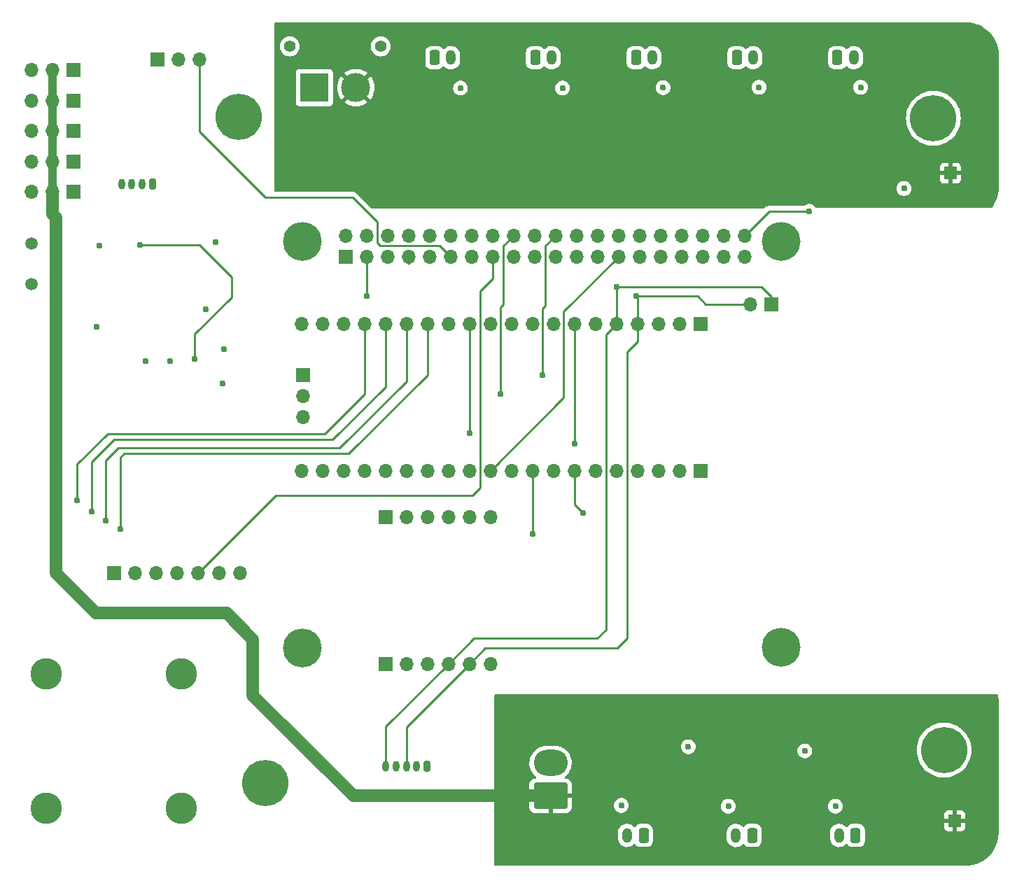
<source format=gbr>
%TF.GenerationSoftware,KiCad,Pcbnew,7.0.9*%
%TF.CreationDate,2024-01-05T06:09:31-08:00*%
%TF.ProjectId,Pi PCB Hat,50692050-4342-4204-9861-742e6b696361,rev?*%
%TF.SameCoordinates,Original*%
%TF.FileFunction,Copper,L4,Bot*%
%TF.FilePolarity,Positive*%
%FSLAX46Y46*%
G04 Gerber Fmt 4.6, Leading zero omitted, Abs format (unit mm)*
G04 Created by KiCad (PCBNEW 7.0.9) date 2024-01-05 06:09:31*
%MOMM*%
%LPD*%
G01*
G04 APERTURE LIST*
G04 Aperture macros list*
%AMRoundRect*
0 Rectangle with rounded corners*
0 $1 Rounding radius*
0 $2 $3 $4 $5 $6 $7 $8 $9 X,Y pos of 4 corners*
0 Add a 4 corners polygon primitive as box body*
4,1,4,$2,$3,$4,$5,$6,$7,$8,$9,$2,$3,0*
0 Add four circle primitives for the rounded corners*
1,1,$1+$1,$2,$3*
1,1,$1+$1,$4,$5*
1,1,$1+$1,$6,$7*
1,1,$1+$1,$8,$9*
0 Add four rect primitives between the rounded corners*
20,1,$1+$1,$2,$3,$4,$5,0*
20,1,$1+$1,$4,$5,$6,$7,0*
20,1,$1+$1,$6,$7,$8,$9,0*
20,1,$1+$1,$8,$9,$2,$3,0*%
G04 Aperture macros list end*
%TA.AperFunction,ComponentPad*%
%ADD10RoundRect,0.250000X-0.350000X-0.650000X0.350000X-0.650000X0.350000X0.650000X-0.350000X0.650000X0*%
%TD*%
%TA.AperFunction,ComponentPad*%
%ADD11O,1.200000X1.800000*%
%TD*%
%TA.AperFunction,ComponentPad*%
%ADD12R,1.700000X1.700000*%
%TD*%
%TA.AperFunction,ComponentPad*%
%ADD13O,1.700000X1.700000*%
%TD*%
%TA.AperFunction,ComponentPad*%
%ADD14RoundRect,0.250000X0.350000X0.650000X-0.350000X0.650000X-0.350000X-0.650000X0.350000X-0.650000X0*%
%TD*%
%TA.AperFunction,ComponentPad*%
%ADD15C,4.700000*%
%TD*%
%TA.AperFunction,ComponentPad*%
%ADD16C,1.400000*%
%TD*%
%TA.AperFunction,ComponentPad*%
%ADD17R,3.500000X3.500000*%
%TD*%
%TA.AperFunction,ComponentPad*%
%ADD18C,3.500000*%
%TD*%
%TA.AperFunction,ComponentPad*%
%ADD19C,3.800000*%
%TD*%
%TA.AperFunction,ComponentPad*%
%ADD20C,5.600000*%
%TD*%
%TA.AperFunction,ComponentPad*%
%ADD21RoundRect,0.200000X0.200000X0.450000X-0.200000X0.450000X-0.200000X-0.450000X0.200000X-0.450000X0*%
%TD*%
%TA.AperFunction,ComponentPad*%
%ADD22O,0.800000X1.300000*%
%TD*%
%TA.AperFunction,ComponentPad*%
%ADD23C,1.500000*%
%TD*%
%TA.AperFunction,SMDPad,CuDef*%
%ADD24R,1.500000X1.500000*%
%TD*%
%TA.AperFunction,ComponentPad*%
%ADD25RoundRect,0.250000X1.800000X-1.330000X1.800000X1.330000X-1.800000X1.330000X-1.800000X-1.330000X0*%
%TD*%
%TA.AperFunction,ComponentPad*%
%ADD26O,4.100000X3.160000*%
%TD*%
%TA.AperFunction,ViaPad*%
%ADD27C,0.770000*%
%TD*%
%TA.AperFunction,Conductor*%
%ADD28C,0.260000*%
%TD*%
%TA.AperFunction,Conductor*%
%ADD29C,1.500000*%
%TD*%
%TA.AperFunction,Conductor*%
%ADD30C,1.000000*%
%TD*%
G04 APERTURE END LIST*
D10*
%TO.P,J12,1,Pin_1*%
%TO.N,Net-(D7-K)*%
X150834375Y-43725000D03*
D11*
%TO.P,J12,2,Pin_2*%
%TO.N,Net-(D7-A)*%
X152834375Y-43725000D03*
%TD*%
D12*
%TO.P,J6,1,Pin_1*%
%TO.N,5V logic*%
X132725000Y-117075000D03*
D13*
%TO.P,J6,2,Pin_2*%
%TO.N,/3V*%
X135265000Y-117075000D03*
%TO.P,J6,3,Pin_3*%
%TO.N,GND*%
X137805000Y-117075000D03*
%TO.P,J6,4,Pin_4*%
%TO.N,I2C1 SCL*%
X140345000Y-117075000D03*
%TO.P,J6,5,Pin_5*%
%TO.N,I2C1 SDA*%
X142885000Y-117075000D03*
%TO.P,J6,6,Pin_6*%
%TO.N,/INT*%
X145425000Y-117075000D03*
%TD*%
D14*
%TO.P,J27,1,Pin_1*%
%TO.N,Net-(D26-K)*%
X177110000Y-137825000D03*
D11*
%TO.P,J27,2,Pin_2*%
%TO.N,Net-(D26-A)*%
X175110000Y-137825000D03*
%TD*%
D14*
%TO.P,J2,1,Pin_1*%
%TO.N,Net-(D19-K)*%
X189600000Y-137825000D03*
D11*
%TO.P,J2,2,Pin_2*%
%TO.N,Net-(D19-A)*%
X187600000Y-137825000D03*
%TD*%
D10*
%TO.P,J23,1,Pin_1*%
%TO.N,Net-(D17-K)*%
X187402500Y-43725000D03*
D11*
%TO.P,J23,2,Pin_2*%
%TO.N,Net-(D17-A)*%
X189402500Y-43725000D03*
%TD*%
D10*
%TO.P,J21,1,Pin_1*%
%TO.N,Net-(D11-K)*%
X163023750Y-43725000D03*
D11*
%TO.P,J21,2,Pin_2*%
%TO.N,Net-(D11-A)*%
X165023750Y-43725000D03*
%TD*%
D10*
%TO.P,J10,1,Pin_1*%
%TO.N,Net-(D4-K)*%
X138650000Y-43725000D03*
D11*
%TO.P,J10,2,Pin_2*%
%TO.N,Net-(D4-A)*%
X140650000Y-43725000D03*
%TD*%
D12*
%TO.P,J7,1,Pin_1*%
%TO.N,/BT*%
X132725000Y-99275000D03*
D13*
%TO.P,J7,2,Pin_2*%
%TO.N,/P0*%
X135265000Y-99275000D03*
%TO.P,J7,3,Pin_3*%
%TO.N,/P1*%
X137805000Y-99275000D03*
%TO.P,J7,4,Pin_4*%
%TO.N,/RST*%
X140345000Y-99275000D03*
%TO.P,J7,5,Pin_5*%
%TO.N,/DI*%
X142885000Y-99275000D03*
%TO.P,J7,6,Pin_6*%
%TO.N,/CS*%
X145425000Y-99275000D03*
%TD*%
D14*
%TO.P,J26,1,Pin_1*%
%TO.N,Net-(D23-K)*%
X163950000Y-137825000D03*
D11*
%TO.P,J26,2,Pin_2*%
%TO.N,Net-(D23-A)*%
X161950000Y-137825000D03*
%TD*%
D15*
%TO.P,H5,1,1*%
%TO.N,GND*%
X180600000Y-115100000D03*
%TD*%
D12*
%TO.P,J15,1,Pin_1*%
%TO.N,5V logic*%
X105170000Y-43950000D03*
D13*
%TO.P,J15,2,Pin_2*%
%TO.N,GND*%
X107710000Y-43950000D03*
%TO.P,J15,3,Pin_3*%
%TO.N,GPIO17*%
X110250000Y-43950000D03*
%TD*%
D16*
%TO.P,J4,*%
%TO.N,*%
X121150000Y-42350000D03*
X132150000Y-42350000D03*
D17*
%TO.P,J4,1,Pin_1*%
%TO.N,GND*%
X124150000Y-47350000D03*
D18*
%TO.P,J4,2,Pin_2*%
%TO.N,12V Power Input*%
X129150000Y-47350000D03*
%TD*%
D15*
%TO.P,H9,1,1*%
%TO.N,GND*%
X180600000Y-65975000D03*
%TD*%
D12*
%TO.P,J30,1,Pin_1*%
%TO.N,SWCLK*%
X122750000Y-82140780D03*
D13*
%TO.P,J30,2,Pin_2*%
%TO.N,GND*%
X122750000Y-84680780D03*
%TO.P,J30,3,Pin_3*%
%TO.N,SWDIO*%
X122750000Y-87220780D03*
%TD*%
D15*
%TO.P,H7,1,1*%
%TO.N,GND*%
X122650000Y-115150000D03*
%TD*%
D19*
%TO.P,H12,1*%
%TO.N,N/C*%
X108000000Y-118250000D03*
%TD*%
D12*
%TO.P,J8,1,Pin_1*%
%TO.N,5V logic*%
X99940000Y-106050000D03*
D13*
%TO.P,J8,2,Pin_2*%
%TO.N,/3Vo*%
X102480000Y-106050000D03*
%TO.P,J8,3,Pin_3*%
%TO.N,GND*%
X105020000Y-106050000D03*
%TO.P,J8,4,Pin_4*%
%TO.N,I2C1 SCL*%
X107560000Y-106050000D03*
%TO.P,J8,5,Pin_5*%
%TO.N,GPIO22*%
X110100000Y-106050000D03*
%TO.P,J8,6,Pin_6*%
%TO.N,I2C1 SDA*%
X112640000Y-106050000D03*
%TO.P,J8,7,Pin_7*%
%TO.N,/CS (2)*%
X115180000Y-106050000D03*
%TD*%
D20*
%TO.P,H3,1*%
%TO.N,N/C*%
X118200000Y-131500000D03*
%TD*%
D21*
%TO.P,J28,1,Pin_1*%
%TO.N,GND*%
X104550000Y-59050000D03*
D22*
%TO.P,J28,2,Pin_2*%
%TO.N,Net-(J28-Pin_2)*%
X103300000Y-59050000D03*
%TO.P,J28,3,Pin_3*%
%TO.N,Net-(J28-Pin_3)*%
X102050000Y-59050000D03*
%TO.P,J28,4,Pin_4*%
%TO.N,Net-(J28-Pin_4)*%
X100800000Y-59050000D03*
%TD*%
D19*
%TO.P,H11,1*%
%TO.N,N/C*%
X91700000Y-134550000D03*
%TD*%
D15*
%TO.P,H8,1,1*%
%TO.N,GND*%
X122675000Y-65950000D03*
%TD*%
D20*
%TO.P,H2,1*%
%TO.N,N/C*%
X199000000Y-51050000D03*
%TD*%
%TO.P,H4,1*%
%TO.N,N/C*%
X200300000Y-127500000D03*
%TD*%
D10*
%TO.P,J22,1,Pin_1*%
%TO.N,Net-(D14-K)*%
X175213125Y-43725000D03*
D11*
%TO.P,J22,2,Pin_2*%
%TO.N,Net-(D14-A)*%
X177213125Y-43725000D03*
%TD*%
D12*
%TO.P,J18,1,Pin_1*%
%TO.N,Net-(J18-Pin_1)*%
X94980000Y-52591000D03*
D13*
%TO.P,J18,2,Pin_2*%
%TO.N,5V Power Input*%
X92440000Y-52591000D03*
%TO.P,J18,3,Pin_3*%
%TO.N,GND*%
X89900000Y-52591000D03*
%TD*%
D12*
%TO.P,J17,1,Pin_1*%
%TO.N,Net-(J17-Pin_1)*%
X94980000Y-48920500D03*
D13*
%TO.P,J17,2,Pin_2*%
%TO.N,5V Power Input*%
X92440000Y-48920500D03*
%TO.P,J17,3,Pin_3*%
%TO.N,GND*%
X89900000Y-48920500D03*
%TD*%
D12*
%TO.P,J20,1,Pin_1*%
%TO.N,Net-(J20-Pin_1)*%
X94980000Y-59932000D03*
D13*
%TO.P,J20,2,Pin_2*%
%TO.N,5V Power Input*%
X92440000Y-59932000D03*
%TO.P,J20,3,Pin_3*%
%TO.N,GND*%
X89900000Y-59932000D03*
%TD*%
D20*
%TO.P,H1,1*%
%TO.N,N/C*%
X115000000Y-50900000D03*
%TD*%
D23*
%TO.P,Y1,1,1*%
%TO.N,GND*%
X89950000Y-71100000D03*
%TO.P,Y1,2,2*%
%TO.N,Net-(U1-EXTCLK)*%
X89950000Y-66220000D03*
%TD*%
D12*
%TO.P,J19,1,Pin_1*%
%TO.N,Net-(J19-Pin_1)*%
X94980000Y-56261500D03*
D13*
%TO.P,J19,2,Pin_2*%
%TO.N,5V Power Input*%
X92440000Y-56261500D03*
%TO.P,J19,3,Pin_3*%
%TO.N,GND*%
X89900000Y-56261500D03*
%TD*%
D19*
%TO.P,H6,1*%
%TO.N,N/C*%
X91700000Y-118250000D03*
%TD*%
D12*
%TO.P,J31,1,Pin_1*%
%TO.N,UART0 TX (pico)*%
X170810000Y-75950000D03*
D13*
%TO.P,J31,2,Pin_2*%
%TO.N,UART0 RX (pico)*%
X168270000Y-75950000D03*
%TO.P,J31,3,Pin_3*%
%TO.N,GND*%
X165730000Y-75950000D03*
%TO.P,J31,4,Pin_4*%
%TO.N,I2C1 SDA*%
X163190000Y-75950000D03*
%TO.P,J31,5,Pin_5*%
%TO.N,I2C1 SCL*%
X160650000Y-75950000D03*
%TO.P,J31,6,Pin_6*%
%TO.N,unconnected-(J31-Pin_6-Pad6)*%
X158110000Y-75950000D03*
%TO.P,J31,7,Pin_7*%
%TO.N,DSHOT 1*%
X155570000Y-75950000D03*
%TO.P,J31,8,Pin_8*%
%TO.N,GND*%
X153030000Y-75950000D03*
%TO.P,J31,9,Pin_9*%
%TO.N,unconnected-(J31-Pin_9-Pad9)*%
X150490000Y-75950000D03*
%TO.P,J31,10,Pin_10*%
%TO.N,unconnected-(J31-Pin_10-Pad10)*%
X147950000Y-75950000D03*
%TO.P,J31,11,Pin_11*%
%TO.N,unconnected-(J31-Pin_11-Pad11)*%
X145410000Y-75950000D03*
%TO.P,J31,12,Pin_12*%
%TO.N,DSHOT 2*%
X142870000Y-75950000D03*
%TO.P,J31,13,Pin_13*%
%TO.N,GND*%
X140330000Y-75950000D03*
%TO.P,J31,14,Pin_14*%
%TO.N,GP10*%
X137790000Y-75950000D03*
%TO.P,J31,15,Pin_15*%
%TO.N,GP11*%
X135250000Y-75950000D03*
%TO.P,J31,16,Pin_16*%
%TO.N,GP12*%
X132710000Y-75950000D03*
%TO.P,J31,17,Pin_17*%
%TO.N,GP13*%
X130170000Y-75950000D03*
%TO.P,J31,18,Pin_18*%
%TO.N,GND*%
X127630000Y-75950000D03*
%TO.P,J31,19,Pin_19*%
%TO.N,GP14*%
X125090000Y-75950000D03*
%TO.P,J31,20,Pin_20*%
%TO.N,unconnected-(J31-Pin_20-Pad20)*%
X122550000Y-75950000D03*
%TO.P,J31,21,Pin_21*%
%TO.N,unconnected-(J31-Pin_21-Pad21)*%
X122550000Y-93730000D03*
%TO.P,J31,22,Pin_22*%
%TO.N,GP17*%
X125090000Y-93730000D03*
%TO.P,J31,23,Pin_23*%
%TO.N,GND*%
X127630000Y-93730000D03*
%TO.P,J31,24,Pin_24*%
%TO.N,GP18*%
X130170000Y-93730000D03*
%TO.P,J31,25,Pin_25*%
%TO.N,GP19*%
X132710000Y-93730000D03*
%TO.P,J31,26,Pin_26*%
%TO.N,GP20*%
X135250000Y-93730000D03*
%TO.P,J31,27,Pin_27*%
%TO.N,GP21*%
X137790000Y-93730000D03*
%TO.P,J31,28,Pin_28*%
%TO.N,GND*%
X140330000Y-93730000D03*
%TO.P,J31,29,Pin_29*%
%TO.N,unconnected-(J31-Pin_29-Pad29)*%
X142870000Y-93730000D03*
%TO.P,J31,30,Pin_30*%
%TO.N,GPIO0*%
X145410000Y-93730000D03*
%TO.P,J31,31,Pin_31*%
%TO.N,unconnected-(J31-Pin_31-Pad31)*%
X147950000Y-93730000D03*
%TO.P,J31,32,Pin_32*%
%TO.N,GP27*%
X150490000Y-93730000D03*
%TO.P,J31,33,Pin_33*%
%TO.N,GND*%
X153030000Y-93730000D03*
%TO.P,J31,34,Pin_34*%
%TO.N,GP28*%
X155570000Y-93730000D03*
%TO.P,J31,35,Pin_35*%
%TO.N,ADC_VREF*%
X158110000Y-93730000D03*
%TO.P,J31,36,Pin_36*%
%TO.N,3V3(OUT)*%
X160650000Y-93730000D03*
%TO.P,J31,37,Pin_37*%
%TO.N,3V3_EN*%
X163190000Y-93730000D03*
%TO.P,J31,38,Pin_38*%
%TO.N,GND*%
X165730000Y-93730000D03*
%TO.P,J31,39,Pin_39*%
%TO.N,5V logic*%
X168270000Y-93730000D03*
D12*
%TO.P,J31,40,Pin_40*%
%TO.N,unconnected-(J31-Pin_40-Pad40)*%
X170810000Y-93730000D03*
%TD*%
%TO.P,J24,1,Pin_1*%
%TO.N,I2C1 SCL*%
X179425000Y-73550000D03*
D13*
%TO.P,J24,2,Pin_2*%
%TO.N,I2C1 SDA*%
X176885000Y-73550000D03*
%TD*%
D12*
%TO.P,J16,1,Pin_1*%
%TO.N,Net-(J16-Pin_1)*%
X94980000Y-45250000D03*
D13*
%TO.P,J16,2,Pin_2*%
%TO.N,5V Power Input*%
X92440000Y-45250000D03*
%TO.P,J16,3,Pin_3*%
%TO.N,GND*%
X89900000Y-45250000D03*
%TD*%
D19*
%TO.P,H10,1*%
%TO.N,N/C*%
X108000000Y-134550000D03*
%TD*%
D21*
%TO.P,J25,1,Pin_1*%
%TO.N,unconnected-(J25-Pin_1-Pad1)*%
X137750000Y-129450000D03*
D22*
%TO.P,J25,2,Pin_2*%
%TO.N,GND*%
X136500000Y-129450000D03*
%TO.P,J25,3,Pin_3*%
%TO.N,I2C1 SDA*%
X135250000Y-129450000D03*
%TO.P,J25,4,Pin_4*%
%TO.N,unconnected-(J25-Pin_4-Pad4)*%
X134000000Y-129450000D03*
%TO.P,J25,5,Pin_5*%
%TO.N,I2C1 SCL*%
X132750000Y-129450000D03*
%TD*%
D24*
%TO.P,TP8,1,1*%
%TO.N,5V Power Input*%
X201600000Y-136050000D03*
%TD*%
D12*
%TO.P,J1,1,Pin_1*%
%TO.N,unconnected-(J1-Pin_1-Pad1)*%
X127895000Y-67795000D03*
D13*
%TO.P,J1,2,Pin_2*%
%TO.N,5V logic*%
X127895000Y-65255000D03*
%TO.P,J1,3,Pin_3*%
%TO.N,I2C1 SDA*%
X130435000Y-67795000D03*
%TO.P,J1,4,Pin_4*%
%TO.N,5V logic*%
X130435000Y-65255000D03*
%TO.P,J1,5,Pin_5*%
%TO.N,I2C1 SCL*%
X132975000Y-67795000D03*
%TO.P,J1,6,Pin_6*%
%TO.N,GND*%
X132975000Y-65255000D03*
%TO.P,J1,7,Pin_7*%
%TO.N,GPIO4*%
X135515000Y-67795000D03*
%TO.P,J1,8,Pin_8*%
%TO.N,UART0 RX (pico)*%
X135515000Y-65255000D03*
%TO.P,J1,9,Pin_9*%
%TO.N,GND*%
X138055000Y-67795000D03*
%TO.P,J1,10,Pin_10*%
%TO.N,UART0 TX (pico)*%
X138055000Y-65255000D03*
%TO.P,J1,11,Pin_11*%
%TO.N,GPIO17*%
X140595000Y-67795000D03*
%TO.P,J1,12,Pin_12*%
%TO.N,GPIO18*%
X140595000Y-65255000D03*
%TO.P,J1,13,Pin_13*%
%TO.N,unconnected-(J1-Pin_13-Pad13)*%
X143135000Y-67795000D03*
%TO.P,J1,14,Pin_14*%
%TO.N,GND*%
X143135000Y-65255000D03*
%TO.P,J1,15,Pin_15*%
%TO.N,GPIO22*%
X145675000Y-67795000D03*
%TO.P,J1,16,Pin_16*%
%TO.N,GPIO23*%
X145675000Y-65255000D03*
%TO.P,J1,17,Pin_17*%
%TO.N,unconnected-(J1-Pin_17-Pad17)*%
X148215000Y-67795000D03*
%TO.P,J1,18,Pin_18*%
%TO.N,SWDIO*%
X148215000Y-65255000D03*
%TO.P,J1,19,Pin_19*%
%TO.N,unconnected-(J1-Pin_19-Pad19)*%
X150755000Y-67795000D03*
%TO.P,J1,20,Pin_20*%
%TO.N,GND*%
X150755000Y-65255000D03*
%TO.P,J1,21,Pin_21*%
%TO.N,unconnected-(J1-Pin_21-Pad21)*%
X153295000Y-67795000D03*
%TO.P,J1,22,Pin_22*%
%TO.N,SWCLK*%
X153295000Y-65255000D03*
%TO.P,J1,23,Pin_23*%
%TO.N,unconnected-(J1-Pin_23-Pad23)*%
X155835000Y-67795000D03*
%TO.P,J1,24,Pin_24*%
%TO.N,unconnected-(J1-Pin_24-Pad24)*%
X155835000Y-65255000D03*
%TO.P,J1,25,Pin_25*%
%TO.N,GND*%
X158375000Y-67795000D03*
%TO.P,J1,26,Pin_26*%
%TO.N,unconnected-(J1-Pin_26-Pad26)*%
X158375000Y-65255000D03*
%TO.P,J1,27,Pin_27*%
%TO.N,GPIO0*%
X160915000Y-67795000D03*
%TO.P,J1,28,Pin_28*%
%TO.N,unconnected-(J1-Pin_28-Pad28)*%
X160915000Y-65255000D03*
%TO.P,J1,29,Pin_29*%
%TO.N,unconnected-(J1-Pin_29-Pad29)*%
X163455000Y-67795000D03*
%TO.P,J1,30,Pin_30*%
%TO.N,unconnected-(J1-Pin_30-Pad30)*%
X163455000Y-65255000D03*
%TO.P,J1,31,Pin_31*%
%TO.N,unconnected-(J1-Pin_31-Pad31)*%
X165995000Y-67795000D03*
%TO.P,J1,32,Pin_32*%
%TO.N,GPIO12*%
X165995000Y-65255000D03*
%TO.P,J1,33,Pin_33*%
%TO.N,GPIO13*%
X168535000Y-67795000D03*
%TO.P,J1,34,Pin_34*%
%TO.N,GND*%
X168535000Y-65255000D03*
%TO.P,J1,35,Pin_35*%
%TO.N,GPIO19*%
X171075000Y-67795000D03*
%TO.P,J1,36,Pin_36*%
%TO.N,GPIO16*%
X171075000Y-65255000D03*
%TO.P,J1,37,Pin_37*%
%TO.N,GPIO26*%
X173615000Y-67795000D03*
%TO.P,J1,38,Pin_38*%
%TO.N,unconnected-(J1-Pin_38-Pad38)*%
X173615000Y-65255000D03*
%TO.P,J1,39,Pin_39*%
%TO.N,GND*%
X176155000Y-67795000D03*
%TO.P,J1,40,Pin_40*%
%TO.N,GPIO21*%
X176155000Y-65255000D03*
%TD*%
D25*
%TO.P,J5,1,Pin_1*%
%TO.N,5V Power Input*%
X152695000Y-133030000D03*
D26*
%TO.P,J5,2,Pin_2*%
%TO.N,GND*%
X152695000Y-129070000D03*
%TD*%
D24*
%TO.P,TP1,1,1*%
%TO.N,12V Power Input*%
X201050000Y-57700000D03*
%TD*%
D27*
%TO.N,GND*%
X113150000Y-79000000D03*
X195450000Y-59550000D03*
X161250000Y-134200000D03*
X174200000Y-134300000D03*
X183450000Y-127600000D03*
X169360000Y-127100000D03*
X97800000Y-76300000D03*
X106700000Y-80400000D03*
X166300000Y-47350000D03*
X177900000Y-47300000D03*
X110950000Y-74200000D03*
X154150000Y-47400000D03*
X187150000Y-134300000D03*
X141800000Y-47400000D03*
X103750000Y-80400000D03*
X190200000Y-47300000D03*
%TO.N,/A5*%
X109650000Y-80150000D03*
X103000000Y-66400000D03*
%TO.N,GP10*%
X100650000Y-100750000D03*
%TO.N,GP11*%
X98900000Y-99700000D03*
%TO.N,GP12*%
X97150000Y-98600000D03*
%TO.N,GP13*%
X95450000Y-97300000D03*
%TO.N,SWDIO*%
X146650000Y-84400000D03*
%TO.N,5V logic*%
X112150000Y-66000000D03*
X113050000Y-83150000D03*
X98100000Y-66500000D03*
%TO.N,12V Power Input*%
X133800000Y-58650000D03*
X146550000Y-58700000D03*
X182600000Y-59600000D03*
X158450000Y-58650000D03*
X170100000Y-58650000D03*
%TO.N,SWCLK*%
X151730000Y-82150000D03*
%TO.N,5V Power Input*%
X181910000Y-124150000D03*
X195350000Y-123050000D03*
X168700000Y-124003934D03*
%TO.N,GPIO21*%
X184000000Y-62300000D03*
%TO.N,I2C1 SDA*%
X130435000Y-72550000D03*
X163040000Y-72550000D03*
%TO.N,I2C1 SCL*%
X160650000Y-71500000D03*
%TO.N,DSHOT 1*%
X155570000Y-90450000D03*
%TO.N,DSHOT 2*%
X142870000Y-89150000D03*
%TO.N,GP28*%
X156600000Y-98800000D03*
%TO.N,GP27*%
X150500000Y-101350000D03*
%TD*%
D28*
%TO.N,GPIO4*%
X135515000Y-68635000D02*
X135515000Y-67795000D01*
%TO.N,GPIO22*%
X143250000Y-96700000D02*
X144150000Y-95800000D01*
X144150000Y-95800000D02*
X144150000Y-71950000D01*
X119450000Y-96700000D02*
X143250000Y-96700000D01*
X145675000Y-70425000D02*
X145675000Y-67795000D01*
X110100000Y-106050000D02*
X119450000Y-96700000D01*
X144150000Y-71950000D02*
X145675000Y-70425000D01*
%TO.N,GPIO0*%
X154270000Y-74440000D02*
X160915000Y-67795000D01*
X145410000Y-93730000D02*
X154270000Y-84870000D01*
X154270000Y-84870000D02*
X154270000Y-74440000D01*
%TO.N,/A5*%
X103000000Y-66400000D02*
X110200000Y-66400000D01*
X110200000Y-66400000D02*
X114100000Y-70300000D01*
X114100000Y-70300000D02*
X114100000Y-72700000D01*
X114100000Y-72700000D02*
X109650000Y-77150000D01*
X109650000Y-77150000D02*
X109650000Y-80150000D01*
%TO.N,GP10*%
X101100000Y-91650000D02*
X128250000Y-91650000D01*
X128250000Y-91650000D02*
X137790000Y-82110000D01*
X100650000Y-100750000D02*
X100650000Y-92100000D01*
X137790000Y-82110000D02*
X137790000Y-75950000D01*
X100650000Y-92100000D02*
X101100000Y-91650000D01*
%TO.N,GP11*%
X98900000Y-92450000D02*
X100400000Y-90950000D01*
X127150000Y-90950000D02*
X135250000Y-82850000D01*
X135250000Y-82850000D02*
X135250000Y-75950000D01*
X98900000Y-99700000D02*
X98900000Y-92450000D01*
X100400000Y-90950000D02*
X127150000Y-90950000D01*
%TO.N,GP12*%
X97150000Y-98600000D02*
X97200000Y-98550000D01*
X97200000Y-98550000D02*
X97200000Y-92650000D01*
X132710000Y-83540000D02*
X132710000Y-75950000D01*
X126300000Y-89950000D02*
X132710000Y-83540000D01*
X97200000Y-92650000D02*
X99900000Y-89950000D01*
X99900000Y-89950000D02*
X126300000Y-89950000D01*
%TO.N,GP13*%
X99100000Y-89250000D02*
X125350000Y-89250000D01*
X130170000Y-84430000D02*
X130170000Y-75950000D01*
X95450000Y-92900000D02*
X99100000Y-89250000D01*
X95450000Y-97300000D02*
X95450000Y-92900000D01*
X125350000Y-89250000D02*
X130170000Y-84430000D01*
%TO.N,SWDIO*%
X146975000Y-73575000D02*
X146975000Y-66495000D01*
X146650000Y-73900000D02*
X146975000Y-73575000D01*
X146975000Y-66495000D02*
X148215000Y-65255000D01*
X146650000Y-84400000D02*
X146650000Y-73900000D01*
%TO.N,SWCLK*%
X151730000Y-82150000D02*
X151730000Y-74070000D01*
X151730000Y-74070000D02*
X152055000Y-73745000D01*
X152055000Y-66495000D02*
X153295000Y-65255000D01*
X152055000Y-73745000D02*
X152055000Y-66495000D01*
D29*
%TO.N,5V Power Input*%
X113550000Y-110950000D02*
X116700000Y-114100000D01*
X97700000Y-110950000D02*
X113550000Y-110950000D01*
X92850000Y-106100000D02*
X97700000Y-110950000D01*
D30*
X92440000Y-48920500D02*
X92440000Y-52591000D01*
D29*
X92440000Y-59932000D02*
X92440000Y-62690000D01*
X116700000Y-120900000D02*
X128830000Y-133030000D01*
X92440000Y-62690000D02*
X92850000Y-63100000D01*
D30*
X92440000Y-56261500D02*
X92440000Y-59932000D01*
D29*
X92850000Y-63100000D02*
X92850000Y-106100000D01*
D30*
X92440000Y-45250000D02*
X92440000Y-48920500D01*
X92440000Y-52591000D02*
X92440000Y-56261500D01*
D29*
X116700000Y-114100000D02*
X116700000Y-120900000D01*
X128830000Y-133030000D02*
X152695000Y-133030000D01*
D28*
%TO.N,GPIO21*%
X184000000Y-62300000D02*
X179110000Y-62300000D01*
X179110000Y-62300000D02*
X176155000Y-65255000D01*
%TO.N,I2C1 SDA*%
X144810000Y-115150000D02*
X160800000Y-115150000D01*
X161950000Y-79300000D02*
X163190000Y-78060000D01*
X160800000Y-115150000D02*
X161950000Y-114000000D01*
X163190000Y-78060000D02*
X163190000Y-75950000D01*
X163040000Y-72550000D02*
X163190000Y-72700000D01*
X142885000Y-117075000D02*
X144810000Y-115150000D01*
X163040000Y-72550000D02*
X170470000Y-72550000D01*
X135250000Y-129450000D02*
X135250000Y-124710000D01*
X130435000Y-72550000D02*
X130435000Y-67795000D01*
X161950000Y-104750000D02*
X161950000Y-79300000D01*
X163190000Y-72700000D02*
X163190000Y-75950000D01*
X170470000Y-72550000D02*
X171470000Y-73550000D01*
X161950000Y-114000000D02*
X161950000Y-104750000D01*
X171470000Y-73550000D02*
X176885000Y-73550000D01*
X135250000Y-124710000D02*
X142885000Y-117075000D01*
%TO.N,I2C1 SCL*%
X132750000Y-124670000D02*
X140345000Y-117075000D01*
X179425000Y-72675000D02*
X179425000Y-73550000D01*
X159410000Y-112940000D02*
X159410000Y-77190000D01*
X160650000Y-75950000D02*
X160650000Y-71500000D01*
X178250000Y-71500000D02*
X179425000Y-72675000D01*
X160650000Y-71500000D02*
X178250000Y-71500000D01*
X140345000Y-117075000D02*
X143420000Y-114000000D01*
X143420000Y-114000000D02*
X158350000Y-114000000D01*
X158350000Y-114000000D02*
X159410000Y-112940000D01*
X159410000Y-77190000D02*
X160650000Y-75950000D01*
X132750000Y-129450000D02*
X132750000Y-124670000D01*
%TO.N,DSHOT 1*%
X155570000Y-90450000D02*
X155570000Y-75950000D01*
%TO.N,DSHOT 2*%
X142870000Y-89150000D02*
X142870000Y-75950000D01*
%TO.N,GPIO17*%
X132095000Y-66495000D02*
X131735000Y-66135000D01*
X128750000Y-60600000D02*
X118150000Y-60600000D01*
X110250000Y-52700000D02*
X110250000Y-43950000D01*
X139295000Y-66495000D02*
X132095000Y-66495000D01*
X140595000Y-67795000D02*
X139295000Y-66495000D01*
X118150000Y-60600000D02*
X110250000Y-52700000D01*
X131735000Y-63585000D02*
X128750000Y-60600000D01*
X131735000Y-66135000D02*
X131735000Y-63585000D01*
%TO.N,GP28*%
X155570000Y-97770000D02*
X155570000Y-93730000D01*
X156600000Y-98800000D02*
X155570000Y-97770000D01*
%TO.N,GP27*%
X150490000Y-101340000D02*
X150490000Y-93730000D01*
X150500000Y-101350000D02*
X150490000Y-101340000D01*
%TD*%
%TA.AperFunction,Conductor*%
%TO.N,5V Power Input*%
G36*
X206777037Y-120745733D02*
G01*
X206823552Y-120799370D01*
X206833595Y-120833268D01*
X206848943Y-120936726D01*
X206874771Y-121121891D01*
X206875300Y-121127508D01*
X206885164Y-121328367D01*
X206893027Y-121498431D01*
X206893094Y-121501341D01*
X206893094Y-137498534D01*
X206893027Y-137501444D01*
X206885107Y-137672753D01*
X206875295Y-137872486D01*
X206874766Y-137878102D01*
X206848932Y-138063301D01*
X206821273Y-138249761D01*
X206820281Y-138254943D01*
X206776912Y-138439338D01*
X206731620Y-138620151D01*
X206730242Y-138624866D01*
X206669689Y-138805534D01*
X206607160Y-138980286D01*
X206605475Y-138984510D01*
X206528218Y-139159480D01*
X206449020Y-139326928D01*
X206447107Y-139330648D01*
X206353810Y-139498150D01*
X206258634Y-139656940D01*
X206256571Y-139660155D01*
X206148039Y-139818594D01*
X206037724Y-139967335D01*
X206035590Y-139970054D01*
X205912728Y-140118012D01*
X205788303Y-140255292D01*
X205786170Y-140257531D01*
X205651115Y-140392586D01*
X205648875Y-140394718D01*
X205511612Y-140519127D01*
X205363634Y-140642005D01*
X205360916Y-140644139D01*
X205212206Y-140754431D01*
X205053742Y-140862980D01*
X205050526Y-140865042D01*
X204891742Y-140960214D01*
X204724250Y-141053506D01*
X204720529Y-141055419D01*
X204553052Y-141134631D01*
X204378116Y-141211873D01*
X204373892Y-141213558D01*
X204199136Y-141276088D01*
X204018455Y-141336645D01*
X204013740Y-141338023D01*
X203832960Y-141383307D01*
X203648536Y-141426683D01*
X203643353Y-141427675D01*
X203456885Y-141455334D01*
X203271694Y-141481166D01*
X203266079Y-141481695D01*
X203067501Y-141491453D01*
X202957310Y-141496548D01*
X202894902Y-141499433D01*
X202892014Y-141499500D01*
X146026000Y-141499500D01*
X145957879Y-141479498D01*
X145911386Y-141425842D01*
X145900000Y-141373500D01*
X145900000Y-138177801D01*
X160841500Y-138177801D01*
X160841501Y-138177822D01*
X160856579Y-138335728D01*
X160856582Y-138335743D01*
X160916223Y-138538864D01*
X161013227Y-138727023D01*
X161013229Y-138727026D01*
X161074968Y-138805534D01*
X161144094Y-138893435D01*
X161304077Y-139032061D01*
X161304088Y-139032069D01*
X161487412Y-139137910D01*
X161487415Y-139137911D01*
X161487418Y-139137913D01*
X161687473Y-139207153D01*
X161897016Y-139237281D01*
X162046290Y-139230170D01*
X162108463Y-139227209D01*
X162108467Y-139227208D01*
X162108474Y-139227208D01*
X162314204Y-139177298D01*
X162506771Y-139089356D01*
X162679215Y-138966559D01*
X162768596Y-138872818D01*
X162830080Y-138837321D01*
X162900996Y-138840699D01*
X162958828Y-138881880D01*
X162967026Y-138893621D01*
X163000968Y-138948650D01*
X163000975Y-138948658D01*
X163126341Y-139074024D01*
X163126347Y-139074029D01*
X163126348Y-139074030D01*
X163277262Y-139167115D01*
X163445574Y-139222887D01*
X163549455Y-139233500D01*
X164350544Y-139233499D01*
X164454426Y-139222887D01*
X164622738Y-139167115D01*
X164773652Y-139074030D01*
X164899030Y-138948652D01*
X164992115Y-138797738D01*
X165047887Y-138629426D01*
X165058500Y-138525545D01*
X165058500Y-138177801D01*
X174001500Y-138177801D01*
X174001501Y-138177822D01*
X174016579Y-138335728D01*
X174016582Y-138335743D01*
X174076223Y-138538864D01*
X174173227Y-138727023D01*
X174173229Y-138727026D01*
X174234968Y-138805534D01*
X174304094Y-138893435D01*
X174464077Y-139032061D01*
X174464088Y-139032069D01*
X174647412Y-139137910D01*
X174647415Y-139137911D01*
X174647418Y-139137913D01*
X174847473Y-139207153D01*
X175057016Y-139237281D01*
X175206290Y-139230170D01*
X175268463Y-139227209D01*
X175268467Y-139227208D01*
X175268474Y-139227208D01*
X175474204Y-139177298D01*
X175666771Y-139089356D01*
X175839215Y-138966559D01*
X175928596Y-138872818D01*
X175990080Y-138837321D01*
X176060996Y-138840699D01*
X176118828Y-138881880D01*
X176127026Y-138893621D01*
X176160968Y-138948650D01*
X176160975Y-138948658D01*
X176286341Y-139074024D01*
X176286347Y-139074029D01*
X176286348Y-139074030D01*
X176437262Y-139167115D01*
X176605574Y-139222887D01*
X176709455Y-139233500D01*
X177510544Y-139233499D01*
X177614426Y-139222887D01*
X177782738Y-139167115D01*
X177933652Y-139074030D01*
X178059030Y-138948652D01*
X178152115Y-138797738D01*
X178207887Y-138629426D01*
X178218500Y-138525545D01*
X178218500Y-138177801D01*
X186491500Y-138177801D01*
X186491501Y-138177822D01*
X186506579Y-138335728D01*
X186506582Y-138335743D01*
X186566223Y-138538864D01*
X186663227Y-138727023D01*
X186663229Y-138727026D01*
X186724968Y-138805534D01*
X186794094Y-138893435D01*
X186954077Y-139032061D01*
X186954088Y-139032069D01*
X187137412Y-139137910D01*
X187137415Y-139137911D01*
X187137418Y-139137913D01*
X187337473Y-139207153D01*
X187547016Y-139237281D01*
X187696290Y-139230170D01*
X187758463Y-139227209D01*
X187758467Y-139227208D01*
X187758474Y-139227208D01*
X187964204Y-139177298D01*
X188156771Y-139089356D01*
X188329215Y-138966559D01*
X188418596Y-138872818D01*
X188480080Y-138837321D01*
X188550996Y-138840699D01*
X188608828Y-138881880D01*
X188617026Y-138893621D01*
X188650968Y-138948650D01*
X188650975Y-138948658D01*
X188776341Y-139074024D01*
X188776347Y-139074029D01*
X188776348Y-139074030D01*
X188927262Y-139167115D01*
X189095574Y-139222887D01*
X189199455Y-139233500D01*
X190000544Y-139233499D01*
X190104426Y-139222887D01*
X190272738Y-139167115D01*
X190423652Y-139074030D01*
X190549030Y-138948652D01*
X190642115Y-138797738D01*
X190697887Y-138629426D01*
X190708500Y-138525545D01*
X190708499Y-137124456D01*
X190697887Y-137020574D01*
X190642115Y-136852262D01*
X190549030Y-136701348D01*
X190549029Y-136701347D01*
X190549024Y-136701341D01*
X190423658Y-136575975D01*
X190423652Y-136575970D01*
X190398805Y-136560644D01*
X190272738Y-136482885D01*
X190151903Y-136442845D01*
X190104427Y-136427113D01*
X190104420Y-136427112D01*
X190000553Y-136416500D01*
X189199455Y-136416500D01*
X189095574Y-136427112D01*
X188927261Y-136482885D01*
X188776347Y-136575970D01*
X188776341Y-136575975D01*
X188650975Y-136701341D01*
X188650970Y-136701347D01*
X188618895Y-136753350D01*
X188566109Y-136800828D01*
X188496034Y-136812231D01*
X188430918Y-136783938D01*
X188412612Y-136765092D01*
X188405906Y-136756565D01*
X188245922Y-136617938D01*
X188245911Y-136617930D01*
X188062587Y-136512089D01*
X188062580Y-136512086D01*
X187862530Y-136442848D01*
X187862529Y-136442847D01*
X187862527Y-136442847D01*
X187862525Y-136442846D01*
X187862519Y-136442845D01*
X187652985Y-136412718D01*
X187441536Y-136422790D01*
X187441523Y-136422792D01*
X187235801Y-136472700D01*
X187235795Y-136472702D01*
X187043228Y-136560644D01*
X187043221Y-136560648D01*
X186870791Y-136683435D01*
X186870781Y-136683444D01*
X186724695Y-136836656D01*
X186610244Y-137014745D01*
X186531563Y-137211281D01*
X186491500Y-137419146D01*
X186491500Y-138177801D01*
X178218500Y-138177801D01*
X178218499Y-137124456D01*
X178207887Y-137020574D01*
X178152115Y-136852262D01*
X178059030Y-136701348D01*
X178059029Y-136701347D01*
X178059024Y-136701341D01*
X177933658Y-136575975D01*
X177933652Y-136575970D01*
X177908805Y-136560644D01*
X177782738Y-136482885D01*
X177661903Y-136442845D01*
X177614427Y-136427113D01*
X177614420Y-136427112D01*
X177510553Y-136416500D01*
X176709455Y-136416500D01*
X176605574Y-136427112D01*
X176437261Y-136482885D01*
X176286347Y-136575970D01*
X176286341Y-136575975D01*
X176160975Y-136701341D01*
X176160970Y-136701347D01*
X176128895Y-136753350D01*
X176076109Y-136800828D01*
X176006034Y-136812231D01*
X175940918Y-136783938D01*
X175922612Y-136765092D01*
X175915906Y-136756565D01*
X175755922Y-136617938D01*
X175755911Y-136617930D01*
X175572587Y-136512089D01*
X175572580Y-136512086D01*
X175372530Y-136442848D01*
X175372529Y-136442847D01*
X175372527Y-136442847D01*
X175372525Y-136442846D01*
X175372519Y-136442845D01*
X175162985Y-136412718D01*
X174951536Y-136422790D01*
X174951523Y-136422792D01*
X174745801Y-136472700D01*
X174745795Y-136472702D01*
X174553228Y-136560644D01*
X174553221Y-136560648D01*
X174380791Y-136683435D01*
X174380781Y-136683444D01*
X174234695Y-136836656D01*
X174120244Y-137014745D01*
X174041563Y-137211281D01*
X174001500Y-137419146D01*
X174001500Y-138177801D01*
X165058500Y-138177801D01*
X165058499Y-137124456D01*
X165047887Y-137020574D01*
X164992115Y-136852262D01*
X164899030Y-136701348D01*
X164899029Y-136701347D01*
X164899024Y-136701341D01*
X164773658Y-136575975D01*
X164773652Y-136575970D01*
X164748805Y-136560644D01*
X164622738Y-136482885D01*
X164501903Y-136442845D01*
X164454427Y-136427113D01*
X164454420Y-136427112D01*
X164350553Y-136416500D01*
X163549455Y-136416500D01*
X163445574Y-136427112D01*
X163277261Y-136482885D01*
X163126347Y-136575970D01*
X163126341Y-136575975D01*
X163000975Y-136701341D01*
X163000970Y-136701347D01*
X162968895Y-136753350D01*
X162916109Y-136800828D01*
X162846034Y-136812231D01*
X162780918Y-136783938D01*
X162762612Y-136765092D01*
X162755906Y-136756565D01*
X162595922Y-136617938D01*
X162595911Y-136617930D01*
X162412587Y-136512089D01*
X162412580Y-136512086D01*
X162212530Y-136442848D01*
X162212529Y-136442847D01*
X162212527Y-136442847D01*
X162212525Y-136442846D01*
X162212519Y-136442845D01*
X162002985Y-136412718D01*
X161791536Y-136422790D01*
X161791523Y-136422792D01*
X161585801Y-136472700D01*
X161585795Y-136472702D01*
X161393228Y-136560644D01*
X161393221Y-136560648D01*
X161220791Y-136683435D01*
X161220781Y-136683444D01*
X161074695Y-136836656D01*
X160960244Y-137014745D01*
X160881563Y-137211281D01*
X160841500Y-137419146D01*
X160841500Y-138177801D01*
X145900000Y-138177801D01*
X145900000Y-136304000D01*
X200342000Y-136304000D01*
X200342000Y-136848597D01*
X200348505Y-136909093D01*
X200399555Y-137045964D01*
X200399555Y-137045965D01*
X200487095Y-137162904D01*
X200604034Y-137250444D01*
X200740906Y-137301494D01*
X200801402Y-137307999D01*
X200801415Y-137308000D01*
X201346000Y-137308000D01*
X201346000Y-136304000D01*
X201854000Y-136304000D01*
X201854000Y-137308000D01*
X202398585Y-137308000D01*
X202398597Y-137307999D01*
X202459093Y-137301494D01*
X202595964Y-137250444D01*
X202595965Y-137250444D01*
X202712904Y-137162904D01*
X202800444Y-137045965D01*
X202800444Y-137045964D01*
X202851494Y-136909093D01*
X202857999Y-136848597D01*
X202858000Y-136848585D01*
X202858000Y-136304000D01*
X201854000Y-136304000D01*
X201346000Y-136304000D01*
X200342000Y-136304000D01*
X145900000Y-136304000D01*
X145900000Y-135796000D01*
X200342000Y-135796000D01*
X201346000Y-135796000D01*
X201346000Y-134792000D01*
X201854000Y-134792000D01*
X201854000Y-135796000D01*
X202858000Y-135796000D01*
X202858000Y-135251414D01*
X202857999Y-135251402D01*
X202851494Y-135190906D01*
X202800444Y-135054035D01*
X202800444Y-135054034D01*
X202712904Y-134937095D01*
X202595965Y-134849555D01*
X202459093Y-134798505D01*
X202398597Y-134792000D01*
X201854000Y-134792000D01*
X201346000Y-134792000D01*
X200801402Y-134792000D01*
X200740906Y-134798505D01*
X200604035Y-134849555D01*
X200604034Y-134849555D01*
X200487095Y-134937095D01*
X200399555Y-135054034D01*
X200399555Y-135054035D01*
X200348505Y-135190906D01*
X200342000Y-135251402D01*
X200342000Y-135796000D01*
X145900000Y-135796000D01*
X145900000Y-128996934D01*
X150132675Y-128996934D01*
X150142868Y-129288831D01*
X150142869Y-129288842D01*
X150193589Y-129576489D01*
X150259258Y-129778595D01*
X150283848Y-129854276D01*
X150411889Y-130116800D01*
X150575221Y-130358949D01*
X150575226Y-130358956D01*
X150770660Y-130576007D01*
X150770663Y-130576010D01*
X150935189Y-130714063D01*
X150941642Y-130719478D01*
X150980969Y-130778588D01*
X150982095Y-130849576D01*
X150944664Y-130909903D01*
X150880559Y-130940417D01*
X150860651Y-130942000D01*
X150844483Y-130942000D01*
X150740681Y-130952605D01*
X150740678Y-130952606D01*
X150572474Y-131008342D01*
X150421660Y-131101365D01*
X150421654Y-131101370D01*
X150296370Y-131226654D01*
X150296365Y-131226660D01*
X150203342Y-131377474D01*
X150147606Y-131545678D01*
X150147605Y-131545681D01*
X150137000Y-131649483D01*
X150137000Y-132776000D01*
X151881218Y-132776000D01*
X151871153Y-132801260D01*
X151841242Y-132983711D01*
X151851251Y-133168326D01*
X151883368Y-133284000D01*
X150137000Y-133284000D01*
X150137000Y-134410516D01*
X150147605Y-134514318D01*
X150147606Y-134514321D01*
X150203342Y-134682525D01*
X150296365Y-134833339D01*
X150296370Y-134833345D01*
X150421654Y-134958629D01*
X150421660Y-134958634D01*
X150572474Y-135051657D01*
X150740678Y-135107393D01*
X150740681Y-135107394D01*
X150844483Y-135117999D01*
X150844483Y-135118000D01*
X152441000Y-135118000D01*
X152441000Y-133844438D01*
X152602557Y-133880000D01*
X152741084Y-133880000D01*
X152878802Y-133865022D01*
X152949000Y-133841369D01*
X152949000Y-135118000D01*
X154545517Y-135118000D01*
X154545516Y-135117999D01*
X154649318Y-135107394D01*
X154649321Y-135107393D01*
X154817525Y-135051657D01*
X154968339Y-134958634D01*
X154968345Y-134958629D01*
X155093629Y-134833345D01*
X155093634Y-134833339D01*
X155186657Y-134682525D01*
X155242393Y-134514321D01*
X155242394Y-134514318D01*
X155252999Y-134410516D01*
X155253000Y-134410516D01*
X155253000Y-134200000D01*
X160351578Y-134200000D01*
X160371212Y-134386797D01*
X160429248Y-134565415D01*
X160429252Y-134565423D01*
X160523159Y-134728076D01*
X160523160Y-134728078D01*
X160648837Y-134867658D01*
X160800786Y-134978054D01*
X160800787Y-134978055D01*
X160800788Y-134978055D01*
X160800789Y-134978056D01*
X160972372Y-135054450D01*
X161156089Y-135093500D01*
X161343911Y-135093500D01*
X161527628Y-135054450D01*
X161699211Y-134978056D01*
X161851162Y-134867658D01*
X161976839Y-134728079D01*
X162070749Y-134565421D01*
X162128789Y-134386792D01*
X162137911Y-134300000D01*
X173301578Y-134300000D01*
X173310700Y-134386792D01*
X173321212Y-134486797D01*
X173379248Y-134665415D01*
X173379252Y-134665423D01*
X173473159Y-134828076D01*
X173473160Y-134828078D01*
X173598837Y-134967658D01*
X173750786Y-135078054D01*
X173750787Y-135078055D01*
X173750788Y-135078055D01*
X173750789Y-135078056D01*
X173922372Y-135154450D01*
X174106089Y-135193500D01*
X174293911Y-135193500D01*
X174477628Y-135154450D01*
X174649211Y-135078056D01*
X174801162Y-134967658D01*
X174926839Y-134828079D01*
X175020749Y-134665421D01*
X175078789Y-134486792D01*
X175098422Y-134300000D01*
X186251578Y-134300000D01*
X186260700Y-134386792D01*
X186271212Y-134486797D01*
X186329248Y-134665415D01*
X186329252Y-134665423D01*
X186423159Y-134828076D01*
X186423160Y-134828078D01*
X186548837Y-134967658D01*
X186700786Y-135078054D01*
X186700787Y-135078055D01*
X186700788Y-135078055D01*
X186700789Y-135078056D01*
X186872372Y-135154450D01*
X187056089Y-135193500D01*
X187243911Y-135193500D01*
X187427628Y-135154450D01*
X187599211Y-135078056D01*
X187751162Y-134967658D01*
X187876839Y-134828079D01*
X187970749Y-134665421D01*
X188028789Y-134486792D01*
X188048422Y-134300000D01*
X188028789Y-134113208D01*
X187970749Y-133934579D01*
X187876839Y-133771921D01*
X187786801Y-133671923D01*
X187751162Y-133632341D01*
X187599213Y-133521945D01*
X187599212Y-133521944D01*
X187427628Y-133445550D01*
X187243911Y-133406500D01*
X187056089Y-133406500D01*
X186872371Y-133445550D01*
X186700787Y-133521944D01*
X186700786Y-133521945D01*
X186548837Y-133632341D01*
X186423160Y-133771921D01*
X186423159Y-133771923D01*
X186329252Y-133934576D01*
X186329248Y-133934584D01*
X186271212Y-134113202D01*
X186271211Y-134113206D01*
X186271211Y-134113208D01*
X186251578Y-134300000D01*
X175098422Y-134300000D01*
X175078789Y-134113208D01*
X175020749Y-133934579D01*
X174926839Y-133771921D01*
X174836801Y-133671923D01*
X174801162Y-133632341D01*
X174649213Y-133521945D01*
X174649212Y-133521944D01*
X174477628Y-133445550D01*
X174293911Y-133406500D01*
X174106089Y-133406500D01*
X173922371Y-133445550D01*
X173750787Y-133521944D01*
X173750786Y-133521945D01*
X173598837Y-133632341D01*
X173473160Y-133771921D01*
X173473159Y-133771923D01*
X173379252Y-133934576D01*
X173379248Y-133934584D01*
X173321212Y-134113202D01*
X173321211Y-134113206D01*
X173321211Y-134113208D01*
X173301578Y-134300000D01*
X162137911Y-134300000D01*
X162148422Y-134200000D01*
X162128789Y-134013208D01*
X162080641Y-133865022D01*
X162070751Y-133834584D01*
X162070747Y-133834576D01*
X162034573Y-133771921D01*
X161976839Y-133671921D01*
X161941201Y-133632341D01*
X161851162Y-133532341D01*
X161699213Y-133421945D01*
X161699212Y-133421944D01*
X161527628Y-133345550D01*
X161343911Y-133306500D01*
X161156089Y-133306500D01*
X160972371Y-133345550D01*
X160800787Y-133421944D01*
X160800786Y-133421945D01*
X160648837Y-133532341D01*
X160523160Y-133671921D01*
X160523159Y-133671923D01*
X160429252Y-133834576D01*
X160429248Y-133834584D01*
X160371212Y-134013202D01*
X160371211Y-134013206D01*
X160371211Y-134013208D01*
X160351578Y-134200000D01*
X155253000Y-134200000D01*
X155253000Y-133284000D01*
X153508782Y-133284000D01*
X153518847Y-133258740D01*
X153548758Y-133076289D01*
X153538749Y-132891674D01*
X153506632Y-132776000D01*
X155253000Y-132776000D01*
X155253000Y-131649483D01*
X155242394Y-131545681D01*
X155242393Y-131545678D01*
X155186657Y-131377474D01*
X155093634Y-131226660D01*
X155093629Y-131226654D01*
X154968345Y-131101370D01*
X154968339Y-131101365D01*
X154817525Y-131008342D01*
X154649321Y-130952606D01*
X154649318Y-130952605D01*
X154545516Y-130942000D01*
X154529369Y-130942000D01*
X154461248Y-130921998D01*
X154414755Y-130868342D01*
X154404651Y-130798068D01*
X154434145Y-130733488D01*
X154455304Y-130714066D01*
X154510740Y-130673791D01*
X154720848Y-130470892D01*
X154900673Y-130240726D01*
X155046715Y-129987774D01*
X155156132Y-129716958D01*
X155156133Y-129716951D01*
X155156135Y-129716948D01*
X155226793Y-129433555D01*
X155226793Y-129433553D01*
X155226794Y-129433550D01*
X155257325Y-129143066D01*
X155247131Y-128851159D01*
X155196411Y-128563512D01*
X155106152Y-128285724D01*
X154978111Y-128023200D01*
X154814779Y-127781051D01*
X154814776Y-127781048D01*
X154814773Y-127781043D01*
X154619339Y-127563992D01*
X154395593Y-127376246D01*
X154395588Y-127376243D01*
X154395587Y-127376242D01*
X154147886Y-127221461D01*
X153881053Y-127102660D01*
X153871777Y-127100000D01*
X168461578Y-127100000D01*
X168474344Y-127221461D01*
X168481212Y-127286797D01*
X168539248Y-127465415D01*
X168539252Y-127465423D01*
X168633159Y-127628076D01*
X168633160Y-127628078D01*
X168758837Y-127767658D01*
X168910786Y-127878054D01*
X168910787Y-127878055D01*
X168910788Y-127878055D01*
X168910789Y-127878056D01*
X169082372Y-127954450D01*
X169266089Y-127993500D01*
X169453911Y-127993500D01*
X169637628Y-127954450D01*
X169809211Y-127878056D01*
X169961162Y-127767658D01*
X170086839Y-127628079D01*
X170103050Y-127600000D01*
X182551578Y-127600000D01*
X182571212Y-127786797D01*
X182629248Y-127965415D01*
X182629252Y-127965423D01*
X182723159Y-128128076D01*
X182723160Y-128128078D01*
X182848837Y-128267658D01*
X183000786Y-128378054D01*
X183000787Y-128378055D01*
X183000788Y-128378055D01*
X183000789Y-128378056D01*
X183172372Y-128454450D01*
X183356089Y-128493500D01*
X183543911Y-128493500D01*
X183727628Y-128454450D01*
X183899211Y-128378056D01*
X184051162Y-128267658D01*
X184176839Y-128128079D01*
X184270749Y-127965421D01*
X184328789Y-127786792D01*
X184348422Y-127600000D01*
X184337912Y-127500003D01*
X196986641Y-127500003D01*
X197006064Y-127858237D01*
X197064103Y-128212269D01*
X197160084Y-128557959D01*
X197276909Y-128851168D01*
X197292877Y-128891243D01*
X197348911Y-128996934D01*
X197426383Y-129143063D01*
X197460925Y-129208215D01*
X197662258Y-129505159D01*
X197722846Y-129576489D01*
X197894516Y-129778595D01*
X198154962Y-130025304D01*
X198154977Y-130025317D01*
X198440586Y-130242431D01*
X198747995Y-130427393D01*
X199073599Y-130578033D01*
X199413583Y-130692587D01*
X199763958Y-130769711D01*
X200120618Y-130808500D01*
X200120626Y-130808500D01*
X200479374Y-130808500D01*
X200479382Y-130808500D01*
X200836042Y-130769711D01*
X201186417Y-130692587D01*
X201526401Y-130578033D01*
X201852005Y-130427393D01*
X202159414Y-130242431D01*
X202445023Y-130025317D01*
X202484654Y-129987777D01*
X202625585Y-129854279D01*
X202705484Y-129778595D01*
X202937742Y-129505159D01*
X203139075Y-129208215D01*
X203307123Y-128891243D01*
X203439915Y-128557961D01*
X203535895Y-128212274D01*
X203593936Y-127858237D01*
X203613359Y-127500000D01*
X203593936Y-127141763D01*
X203535895Y-126787726D01*
X203439915Y-126442039D01*
X203307123Y-126108757D01*
X203139075Y-125791785D01*
X202937742Y-125494841D01*
X202705484Y-125221405D01*
X202705483Y-125221404D01*
X202445037Y-124974695D01*
X202445022Y-124974682D01*
X202159418Y-124757572D01*
X202159412Y-124757568D01*
X201852010Y-124572610D01*
X201852009Y-124572609D01*
X201852005Y-124572607D01*
X201526401Y-124421967D01*
X201186417Y-124307413D01*
X201138915Y-124296956D01*
X200836054Y-124230291D01*
X200836030Y-124230287D01*
X200479389Y-124191500D01*
X200479382Y-124191500D01*
X200120618Y-124191500D01*
X200120610Y-124191500D01*
X199763969Y-124230287D01*
X199763945Y-124230291D01*
X199413587Y-124307412D01*
X199413573Y-124307416D01*
X199073601Y-124421966D01*
X198747989Y-124572610D01*
X198440587Y-124757568D01*
X198440581Y-124757572D01*
X198154977Y-124974682D01*
X198154962Y-124974695D01*
X197894516Y-125221404D01*
X197662256Y-125494843D01*
X197460924Y-125791785D01*
X197460922Y-125791789D01*
X197292876Y-126108759D01*
X197292872Y-126108768D01*
X197160084Y-126442040D01*
X197064103Y-126787730D01*
X197006064Y-127141762D01*
X196986641Y-127499996D01*
X196986641Y-127500003D01*
X184337912Y-127500003D01*
X184328789Y-127413208D01*
X184270749Y-127234579D01*
X184176839Y-127071921D01*
X184095424Y-126981500D01*
X184051162Y-126932341D01*
X183899213Y-126821945D01*
X183899212Y-126821944D01*
X183727628Y-126745550D01*
X183543911Y-126706500D01*
X183356089Y-126706500D01*
X183172371Y-126745550D01*
X183000787Y-126821944D01*
X183000786Y-126821945D01*
X182848837Y-126932341D01*
X182723160Y-127071921D01*
X182723159Y-127071923D01*
X182629252Y-127234576D01*
X182629248Y-127234584D01*
X182571212Y-127413202D01*
X182571211Y-127413206D01*
X182571211Y-127413208D01*
X182555363Y-127563990D01*
X182551578Y-127600000D01*
X170103050Y-127600000D01*
X170180749Y-127465421D01*
X170238789Y-127286792D01*
X170258422Y-127100000D01*
X170238789Y-126913208D01*
X170198019Y-126787730D01*
X170180751Y-126734584D01*
X170180747Y-126734576D01*
X170164537Y-126706500D01*
X170086839Y-126571921D01*
X169961162Y-126432341D01*
X169809213Y-126321945D01*
X169809212Y-126321944D01*
X169637628Y-126245550D01*
X169453911Y-126206500D01*
X169266089Y-126206500D01*
X169082371Y-126245550D01*
X168910787Y-126321944D01*
X168910786Y-126321945D01*
X168758837Y-126432341D01*
X168633160Y-126571921D01*
X168633159Y-126571923D01*
X168539252Y-126734576D01*
X168539248Y-126734584D01*
X168481212Y-126913202D01*
X168481211Y-126913206D01*
X168481211Y-126913208D01*
X168461578Y-127100000D01*
X153871777Y-127100000D01*
X153600288Y-127022151D01*
X153600286Y-127022150D01*
X153600284Y-127022150D01*
X153311042Y-126981500D01*
X152152067Y-126981500D01*
X152058267Y-126988059D01*
X151933632Y-126996774D01*
X151647922Y-127057503D01*
X151373455Y-127157401D01*
X151373453Y-127157402D01*
X151115567Y-127294523D01*
X150879260Y-127466208D01*
X150669148Y-127669112D01*
X150489326Y-127899275D01*
X150489321Y-127899282D01*
X150343286Y-128152222D01*
X150343282Y-128152231D01*
X150233868Y-128423041D01*
X150233864Y-128423051D01*
X150163206Y-128706444D01*
X150163206Y-128706446D01*
X150132675Y-128996934D01*
X145900000Y-128996934D01*
X145900000Y-120875949D01*
X145920002Y-120807828D01*
X145973658Y-120761335D01*
X146025946Y-120749949D01*
X206708913Y-120725759D01*
X206777037Y-120745733D01*
G37*
%TD.AperFunction*%
%TD*%
%TA.AperFunction,Conductor*%
%TO.N,12V Power Input*%
G36*
X202935297Y-39452039D02*
G01*
X202991562Y-39454620D01*
X203106423Y-39459892D01*
X203307010Y-39469681D01*
X203312604Y-39470206D01*
X203497937Y-39496024D01*
X203684925Y-39523730D01*
X203690059Y-39524712D01*
X203874724Y-39568139D01*
X204041477Y-39609908D01*
X204055903Y-39613522D01*
X204060626Y-39614903D01*
X204241528Y-39675560D01*
X204416642Y-39738248D01*
X204420850Y-39739929D01*
X204596040Y-39817342D01*
X204763822Y-39896764D01*
X204767523Y-39898670D01*
X204935203Y-39992163D01*
X205094287Y-40087619D01*
X205097489Y-40089676D01*
X205256101Y-40198465D01*
X205405049Y-40309082D01*
X205407762Y-40311215D01*
X205555851Y-40434372D01*
X205693308Y-40559160D01*
X205695532Y-40561282D01*
X205830668Y-40696661D01*
X205832786Y-40698889D01*
X205957327Y-40836570D01*
X206080211Y-40984873D01*
X206082346Y-40987598D01*
X206192689Y-41136733D01*
X206205385Y-41155314D01*
X206301205Y-41295557D01*
X206303246Y-41298748D01*
X206303643Y-41299412D01*
X206398405Y-41457981D01*
X206491612Y-41625857D01*
X206493524Y-41629587D01*
X206572631Y-41797484D01*
X206649722Y-41972796D01*
X206651403Y-41977030D01*
X206713763Y-42152210D01*
X206774110Y-42333263D01*
X206775482Y-42337988D01*
X206820535Y-42519232D01*
X206863628Y-42703951D01*
X206864610Y-42709138D01*
X206881269Y-42822976D01*
X206891973Y-42896125D01*
X206917460Y-43081520D01*
X206917978Y-43087149D01*
X206927591Y-43291933D01*
X206934932Y-43458414D01*
X206934993Y-43461329D01*
X206899492Y-59507383D01*
X206899419Y-59510289D01*
X206891104Y-59682136D01*
X206880919Y-59880762D01*
X206880380Y-59886368D01*
X206854171Y-60071525D01*
X206826218Y-60257389D01*
X206825217Y-60262561D01*
X206781511Y-60446829D01*
X206736004Y-60627069D01*
X206734619Y-60631774D01*
X206673772Y-60812271D01*
X206611096Y-60986484D01*
X206609406Y-60990699D01*
X206531921Y-61165417D01*
X206452631Y-61332375D01*
X206450714Y-61336088D01*
X206357251Y-61503299D01*
X206326236Y-61554875D01*
X206262025Y-61661651D01*
X206259961Y-61664859D01*
X206151308Y-61823008D01*
X206129015Y-61852985D01*
X206072313Y-61895710D01*
X206028050Y-61903793D01*
X184889391Y-61927228D01*
X184821248Y-61907301D01*
X184780132Y-61864228D01*
X184726839Y-61771921D01*
X184656820Y-61694157D01*
X184601162Y-61632341D01*
X184449213Y-61521945D01*
X184449212Y-61521944D01*
X184277628Y-61445550D01*
X184093911Y-61406500D01*
X183906089Y-61406500D01*
X183722371Y-61445550D01*
X183550787Y-61521944D01*
X183550786Y-61521945D01*
X183393496Y-61636223D01*
X183391978Y-61634134D01*
X183338399Y-61659852D01*
X183318088Y-61661500D01*
X179194404Y-61661500D01*
X179178485Y-61659742D01*
X179178459Y-61660027D01*
X179170566Y-61659281D01*
X179099967Y-61661500D01*
X179069827Y-61661500D01*
X179069823Y-61661500D01*
X179069813Y-61661501D01*
X179062783Y-61662389D01*
X179056871Y-61662854D01*
X179009324Y-61664348D01*
X178995090Y-61668483D01*
X178989641Y-61670066D01*
X178970287Y-61674074D01*
X178949958Y-61676642D01*
X178949952Y-61676643D01*
X178949949Y-61676644D01*
X178932331Y-61683619D01*
X178905714Y-61694157D01*
X178900098Y-61696080D01*
X178854408Y-61709355D01*
X178854399Y-61709359D01*
X178836758Y-61719791D01*
X178819017Y-61728482D01*
X178799955Y-61736030D01*
X178761462Y-61763997D01*
X178756499Y-61767257D01*
X178715547Y-61791475D01*
X178701052Y-61805971D01*
X178686024Y-61818806D01*
X178669444Y-61830852D01*
X178639119Y-61867508D01*
X178635122Y-61871900D01*
X178609636Y-61897385D01*
X178547323Y-61931409D01*
X178520682Y-61934288D01*
X131092176Y-61986871D01*
X131024033Y-61966944D01*
X131002941Y-61949966D01*
X129261171Y-60208196D01*
X129251157Y-60195696D01*
X129250937Y-60195879D01*
X129245884Y-60189771D01*
X129194386Y-60141411D01*
X129173092Y-60120116D01*
X129173075Y-60120101D01*
X129167475Y-60115757D01*
X129162962Y-60111902D01*
X129128285Y-60079338D01*
X129128284Y-60079337D01*
X129115594Y-60072360D01*
X129110317Y-60069459D01*
X129093799Y-60058608D01*
X129077607Y-60046049D01*
X129077608Y-60046049D01*
X129077606Y-60046048D01*
X129077603Y-60046046D01*
X129077602Y-60046046D01*
X129033945Y-60027154D01*
X129028614Y-60024542D01*
X128986912Y-60001617D01*
X128986907Y-60001615D01*
X128967059Y-59996519D01*
X128948362Y-59990118D01*
X128929549Y-59981977D01*
X128882556Y-59974534D01*
X128876744Y-59973330D01*
X128837120Y-59963158D01*
X128830661Y-59961500D01*
X128830660Y-59961500D01*
X128810167Y-59961500D01*
X128790458Y-59959949D01*
X128770215Y-59956743D01*
X128770214Y-59956743D01*
X128722847Y-59961220D01*
X128716915Y-59961500D01*
X119376000Y-59961500D01*
X119307879Y-59941498D01*
X119261386Y-59887842D01*
X119250000Y-59835500D01*
X119250000Y-59550000D01*
X194551578Y-59550000D01*
X194566665Y-59693545D01*
X194571212Y-59736797D01*
X194629248Y-59915415D01*
X194629252Y-59915423D01*
X194723159Y-60078076D01*
X194723160Y-60078078D01*
X194848837Y-60217658D01*
X195000786Y-60328054D01*
X195000787Y-60328055D01*
X195000788Y-60328055D01*
X195000789Y-60328056D01*
X195172372Y-60404450D01*
X195356089Y-60443500D01*
X195543911Y-60443500D01*
X195727628Y-60404450D01*
X195899211Y-60328056D01*
X196051162Y-60217658D01*
X196176839Y-60078079D01*
X196270749Y-59915421D01*
X196328789Y-59736792D01*
X196348422Y-59550000D01*
X196328789Y-59363208D01*
X196270749Y-59184579D01*
X196176839Y-59021921D01*
X196119284Y-58957999D01*
X196051162Y-58882341D01*
X195899213Y-58771945D01*
X195899212Y-58771944D01*
X195727628Y-58695550D01*
X195543911Y-58656500D01*
X195356089Y-58656500D01*
X195172371Y-58695550D01*
X195000787Y-58771944D01*
X195000786Y-58771945D01*
X194848837Y-58882341D01*
X194723160Y-59021921D01*
X194723159Y-59021923D01*
X194629252Y-59184576D01*
X194629248Y-59184584D01*
X194571212Y-59363202D01*
X194571211Y-59363206D01*
X194571211Y-59363208D01*
X194551578Y-59550000D01*
X119250000Y-59550000D01*
X119250000Y-57954000D01*
X199792000Y-57954000D01*
X199792000Y-58498597D01*
X199798505Y-58559093D01*
X199849555Y-58695964D01*
X199849555Y-58695965D01*
X199937095Y-58812904D01*
X200054034Y-58900444D01*
X200190906Y-58951494D01*
X200251402Y-58957999D01*
X200251415Y-58958000D01*
X200796000Y-58958000D01*
X200796000Y-57954000D01*
X201304000Y-57954000D01*
X201304000Y-58958000D01*
X201848585Y-58958000D01*
X201848597Y-58957999D01*
X201909093Y-58951494D01*
X202045964Y-58900444D01*
X202045965Y-58900444D01*
X202162904Y-58812904D01*
X202250444Y-58695965D01*
X202250444Y-58695964D01*
X202301494Y-58559093D01*
X202307999Y-58498597D01*
X202308000Y-58498585D01*
X202308000Y-57954000D01*
X201304000Y-57954000D01*
X200796000Y-57954000D01*
X199792000Y-57954000D01*
X119250000Y-57954000D01*
X119250000Y-57446000D01*
X199792000Y-57446000D01*
X200796000Y-57446000D01*
X200796000Y-56442000D01*
X201304000Y-56442000D01*
X201304000Y-57446000D01*
X202308000Y-57446000D01*
X202308000Y-56901414D01*
X202307999Y-56901402D01*
X202301494Y-56840906D01*
X202250444Y-56704035D01*
X202250444Y-56704034D01*
X202162904Y-56587095D01*
X202045965Y-56499555D01*
X201909093Y-56448505D01*
X201848597Y-56442000D01*
X201304000Y-56442000D01*
X200796000Y-56442000D01*
X200251402Y-56442000D01*
X200190906Y-56448505D01*
X200054035Y-56499555D01*
X200054034Y-56499555D01*
X199937095Y-56587095D01*
X199849555Y-56704034D01*
X199849555Y-56704035D01*
X199798505Y-56840906D01*
X199792000Y-56901402D01*
X199792000Y-57446000D01*
X119250000Y-57446000D01*
X119250000Y-51050003D01*
X195686641Y-51050003D01*
X195706064Y-51408237D01*
X195764103Y-51762269D01*
X195860084Y-52107959D01*
X195860085Y-52107961D01*
X195992877Y-52441243D01*
X196160925Y-52758215D01*
X196362258Y-53055159D01*
X196594516Y-53328595D01*
X196854962Y-53575304D01*
X196854977Y-53575317D01*
X197140586Y-53792431D01*
X197447995Y-53977393D01*
X197773599Y-54128033D01*
X198113583Y-54242587D01*
X198463958Y-54319711D01*
X198820618Y-54358500D01*
X198820626Y-54358500D01*
X199179374Y-54358500D01*
X199179382Y-54358500D01*
X199536042Y-54319711D01*
X199886417Y-54242587D01*
X200226401Y-54128033D01*
X200552005Y-53977393D01*
X200859414Y-53792431D01*
X201145023Y-53575317D01*
X201405484Y-53328595D01*
X201637742Y-53055159D01*
X201839075Y-52758215D01*
X202007123Y-52441243D01*
X202139915Y-52107961D01*
X202235895Y-51762274D01*
X202293936Y-51408237D01*
X202313359Y-51050000D01*
X202293936Y-50691763D01*
X202235895Y-50337726D01*
X202139915Y-49992039D01*
X202007123Y-49658757D01*
X201839075Y-49341785D01*
X201637742Y-49044841D01*
X201405484Y-48771405D01*
X201359167Y-48727531D01*
X201145037Y-48524695D01*
X201145022Y-48524682D01*
X200859418Y-48307572D01*
X200859412Y-48307568D01*
X200782193Y-48261107D01*
X200552005Y-48122607D01*
X200226401Y-47971967D01*
X200096137Y-47928076D01*
X199886426Y-47857416D01*
X199886425Y-47857415D01*
X199886417Y-47857413D01*
X199838915Y-47846956D01*
X199536054Y-47780291D01*
X199536030Y-47780287D01*
X199179389Y-47741500D01*
X199179382Y-47741500D01*
X198820618Y-47741500D01*
X198820610Y-47741500D01*
X198463969Y-47780287D01*
X198463945Y-47780291D01*
X198113587Y-47857412D01*
X198113573Y-47857416D01*
X197773601Y-47971966D01*
X197447989Y-48122610D01*
X197140587Y-48307568D01*
X197140581Y-48307572D01*
X196854977Y-48524682D01*
X196854962Y-48524695D01*
X196594516Y-48771404D01*
X196362256Y-49044843D01*
X196160924Y-49341785D01*
X196160922Y-49341789D01*
X195992876Y-49658759D01*
X195992872Y-49658768D01*
X195860084Y-49992040D01*
X195764103Y-50337730D01*
X195706064Y-50691762D01*
X195686641Y-51049996D01*
X195686641Y-51050003D01*
X119250000Y-51050003D01*
X119250000Y-49148649D01*
X121891500Y-49148649D01*
X121898009Y-49209196D01*
X121898011Y-49209204D01*
X121949110Y-49346202D01*
X121949112Y-49346207D01*
X122036738Y-49463261D01*
X122153792Y-49550887D01*
X122153794Y-49550888D01*
X122153796Y-49550889D01*
X122212875Y-49572924D01*
X122290795Y-49601988D01*
X122290803Y-49601990D01*
X122351350Y-49608499D01*
X122351355Y-49608499D01*
X122351362Y-49608500D01*
X122351368Y-49608500D01*
X125948632Y-49608500D01*
X125948638Y-49608500D01*
X125948645Y-49608499D01*
X125948649Y-49608499D01*
X126009196Y-49601990D01*
X126009199Y-49601989D01*
X126009201Y-49601989D01*
X126146204Y-49550889D01*
X126263261Y-49463261D01*
X126350889Y-49346204D01*
X126401989Y-49209201D01*
X126408500Y-49148638D01*
X126408500Y-47350003D01*
X126887155Y-47350003D01*
X126906513Y-47645356D01*
X126906515Y-47645370D01*
X126964260Y-47935665D01*
X126964262Y-47935675D01*
X127059401Y-48215945D01*
X127059407Y-48215959D01*
X127190317Y-48481420D01*
X127354763Y-48727531D01*
X127382092Y-48758694D01*
X128322471Y-47818316D01*
X128394889Y-47934499D01*
X128528005Y-48074537D01*
X128679339Y-48179869D01*
X127741304Y-49117904D01*
X127741304Y-49117906D01*
X127772468Y-49145236D01*
X128018579Y-49309682D01*
X128284040Y-49440592D01*
X128284054Y-49440598D01*
X128564324Y-49535737D01*
X128564334Y-49535739D01*
X128854629Y-49593484D01*
X128854643Y-49593486D01*
X129149997Y-49612845D01*
X129150003Y-49612845D01*
X129445356Y-49593486D01*
X129445370Y-49593484D01*
X129735665Y-49535739D01*
X129735675Y-49535737D01*
X130015945Y-49440598D01*
X130015959Y-49440592D01*
X130281420Y-49309682D01*
X130527534Y-49145234D01*
X130527536Y-49145233D01*
X130558694Y-49117906D01*
X130558694Y-49117904D01*
X129617713Y-48176922D01*
X129695503Y-48133746D01*
X129842104Y-48007894D01*
X129960370Y-47855107D01*
X129978123Y-47818913D01*
X130917904Y-48758694D01*
X130917906Y-48758694D01*
X130945233Y-48727536D01*
X130945234Y-48727534D01*
X131109682Y-48481420D01*
X131240592Y-48215959D01*
X131240598Y-48215945D01*
X131335737Y-47935675D01*
X131335739Y-47935665D01*
X131393484Y-47645370D01*
X131393486Y-47645356D01*
X131409568Y-47400000D01*
X140901578Y-47400000D01*
X140915956Y-47536797D01*
X140921212Y-47586797D01*
X140979248Y-47765415D01*
X140979252Y-47765423D01*
X141073159Y-47928076D01*
X141073160Y-47928078D01*
X141198837Y-48067658D01*
X141350786Y-48178054D01*
X141350787Y-48178055D01*
X141350788Y-48178055D01*
X141350789Y-48178056D01*
X141522372Y-48254450D01*
X141706089Y-48293500D01*
X141893911Y-48293500D01*
X142077628Y-48254450D01*
X142249211Y-48178056D01*
X142401162Y-48067658D01*
X142526839Y-47928079D01*
X142620749Y-47765421D01*
X142678789Y-47586792D01*
X142698422Y-47400000D01*
X153251578Y-47400000D01*
X153265956Y-47536797D01*
X153271212Y-47586797D01*
X153329248Y-47765415D01*
X153329252Y-47765423D01*
X153423159Y-47928076D01*
X153423160Y-47928078D01*
X153548837Y-48067658D01*
X153700786Y-48178054D01*
X153700787Y-48178055D01*
X153700788Y-48178055D01*
X153700789Y-48178056D01*
X153872372Y-48254450D01*
X154056089Y-48293500D01*
X154243911Y-48293500D01*
X154427628Y-48254450D01*
X154599211Y-48178056D01*
X154751162Y-48067658D01*
X154876839Y-47928079D01*
X154970749Y-47765421D01*
X155028789Y-47586792D01*
X155048422Y-47400000D01*
X155043167Y-47350000D01*
X165401578Y-47350000D01*
X165416776Y-47494598D01*
X165421212Y-47536797D01*
X165479248Y-47715415D01*
X165479252Y-47715423D01*
X165573159Y-47878076D01*
X165573160Y-47878078D01*
X165698837Y-48017658D01*
X165850786Y-48128054D01*
X165850787Y-48128055D01*
X165850788Y-48128055D01*
X165850789Y-48128056D01*
X166022372Y-48204450D01*
X166206089Y-48243500D01*
X166393911Y-48243500D01*
X166577628Y-48204450D01*
X166749211Y-48128056D01*
X166901162Y-48017658D01*
X167026839Y-47878079D01*
X167120749Y-47715421D01*
X167178789Y-47536792D01*
X167198422Y-47350000D01*
X167193167Y-47300000D01*
X177001578Y-47300000D01*
X177021212Y-47486797D01*
X177079248Y-47665415D01*
X177079252Y-47665423D01*
X177173159Y-47828076D01*
X177173160Y-47828078D01*
X177298837Y-47967658D01*
X177450786Y-48078054D01*
X177450787Y-48078055D01*
X177450788Y-48078055D01*
X177450789Y-48078056D01*
X177622372Y-48154450D01*
X177806089Y-48193500D01*
X177993911Y-48193500D01*
X178177628Y-48154450D01*
X178349211Y-48078056D01*
X178501162Y-47967658D01*
X178626839Y-47828079D01*
X178720749Y-47665421D01*
X178778789Y-47486792D01*
X178798422Y-47300000D01*
X189301578Y-47300000D01*
X189321212Y-47486797D01*
X189379248Y-47665415D01*
X189379252Y-47665423D01*
X189473159Y-47828076D01*
X189473160Y-47828078D01*
X189598837Y-47967658D01*
X189750786Y-48078054D01*
X189750787Y-48078055D01*
X189750788Y-48078055D01*
X189750789Y-48078056D01*
X189922372Y-48154450D01*
X190106089Y-48193500D01*
X190293911Y-48193500D01*
X190477628Y-48154450D01*
X190649211Y-48078056D01*
X190801162Y-47967658D01*
X190926839Y-47828079D01*
X191020749Y-47665421D01*
X191078789Y-47486792D01*
X191098422Y-47300000D01*
X191078789Y-47113208D01*
X191020749Y-46934579D01*
X190926839Y-46771921D01*
X190854974Y-46692106D01*
X190801162Y-46632341D01*
X190649213Y-46521945D01*
X190649212Y-46521944D01*
X190477628Y-46445550D01*
X190293911Y-46406500D01*
X190106089Y-46406500D01*
X189922371Y-46445550D01*
X189750787Y-46521944D01*
X189750786Y-46521945D01*
X189598837Y-46632341D01*
X189473160Y-46771921D01*
X189473159Y-46771923D01*
X189379252Y-46934576D01*
X189379248Y-46934584D01*
X189321212Y-47113202D01*
X189321211Y-47113206D01*
X189321211Y-47113208D01*
X189301578Y-47300000D01*
X178798422Y-47300000D01*
X178778789Y-47113208D01*
X178720749Y-46934579D01*
X178626839Y-46771921D01*
X178554974Y-46692106D01*
X178501162Y-46632341D01*
X178349213Y-46521945D01*
X178349212Y-46521944D01*
X178177628Y-46445550D01*
X177993911Y-46406500D01*
X177806089Y-46406500D01*
X177622371Y-46445550D01*
X177450787Y-46521944D01*
X177450786Y-46521945D01*
X177298837Y-46632341D01*
X177173160Y-46771921D01*
X177173159Y-46771923D01*
X177079252Y-46934576D01*
X177079248Y-46934584D01*
X177021212Y-47113202D01*
X177021211Y-47113206D01*
X177021211Y-47113208D01*
X177001578Y-47300000D01*
X167193167Y-47300000D01*
X167178789Y-47163208D01*
X167120749Y-46984579D01*
X167026839Y-46821921D01*
X166981819Y-46771921D01*
X166901162Y-46682341D01*
X166749213Y-46571945D01*
X166749212Y-46571944D01*
X166577628Y-46495550D01*
X166393911Y-46456500D01*
X166206089Y-46456500D01*
X166022371Y-46495550D01*
X165850787Y-46571944D01*
X165850786Y-46571945D01*
X165698837Y-46682341D01*
X165573160Y-46821921D01*
X165573159Y-46821923D01*
X165479252Y-46984576D01*
X165479248Y-46984584D01*
X165421212Y-47163202D01*
X165421211Y-47163206D01*
X165421211Y-47163208D01*
X165401578Y-47350000D01*
X155043167Y-47350000D01*
X155028789Y-47213208D01*
X154995467Y-47110652D01*
X154970751Y-47034584D01*
X154970747Y-47034576D01*
X154941884Y-46984584D01*
X154876839Y-46871921D01*
X154786801Y-46771923D01*
X154751162Y-46732341D01*
X154599213Y-46621945D01*
X154599212Y-46621944D01*
X154427628Y-46545550D01*
X154243911Y-46506500D01*
X154056089Y-46506500D01*
X153872371Y-46545550D01*
X153700787Y-46621944D01*
X153700786Y-46621945D01*
X153548837Y-46732341D01*
X153423160Y-46871921D01*
X153423159Y-46871923D01*
X153329252Y-47034576D01*
X153329248Y-47034584D01*
X153271212Y-47213202D01*
X153271211Y-47213206D01*
X153271211Y-47213208D01*
X153251578Y-47400000D01*
X142698422Y-47400000D01*
X142678789Y-47213208D01*
X142645467Y-47110652D01*
X142620751Y-47034584D01*
X142620747Y-47034576D01*
X142591884Y-46984584D01*
X142526839Y-46871921D01*
X142436801Y-46771923D01*
X142401162Y-46732341D01*
X142249213Y-46621945D01*
X142249212Y-46621944D01*
X142077628Y-46545550D01*
X141893911Y-46506500D01*
X141706089Y-46506500D01*
X141522371Y-46545550D01*
X141350787Y-46621944D01*
X141350786Y-46621945D01*
X141198837Y-46732341D01*
X141073160Y-46871921D01*
X141073159Y-46871923D01*
X140979252Y-47034576D01*
X140979248Y-47034584D01*
X140921212Y-47213202D01*
X140921211Y-47213206D01*
X140921211Y-47213208D01*
X140901578Y-47400000D01*
X131409568Y-47400000D01*
X131412845Y-47350003D01*
X131412845Y-47349996D01*
X131393486Y-47054643D01*
X131393484Y-47054629D01*
X131335739Y-46764334D01*
X131335737Y-46764324D01*
X131240598Y-46484054D01*
X131240592Y-46484040D01*
X131109682Y-46218580D01*
X130945236Y-45972468D01*
X130917906Y-45941304D01*
X130917904Y-45941304D01*
X129977527Y-46881681D01*
X129905111Y-46765501D01*
X129771995Y-46625463D01*
X129620658Y-46520129D01*
X130558694Y-45582092D01*
X130527531Y-45554763D01*
X130281420Y-45390317D01*
X130015959Y-45259407D01*
X130015945Y-45259401D01*
X129735675Y-45164262D01*
X129735665Y-45164260D01*
X129445370Y-45106515D01*
X129445356Y-45106513D01*
X129150003Y-45087155D01*
X129149997Y-45087155D01*
X128854643Y-45106513D01*
X128854629Y-45106515D01*
X128564334Y-45164260D01*
X128564324Y-45164262D01*
X128284054Y-45259401D01*
X128284040Y-45259407D01*
X128018580Y-45390317D01*
X127772467Y-45554763D01*
X127772463Y-45554766D01*
X127741304Y-45582092D01*
X127741304Y-45582094D01*
X128682286Y-46523076D01*
X128604497Y-46566254D01*
X128457896Y-46692106D01*
X128339630Y-46844893D01*
X128321876Y-46881086D01*
X127382094Y-45941304D01*
X127382092Y-45941304D01*
X127354766Y-45972463D01*
X127354763Y-45972467D01*
X127190317Y-46218580D01*
X127059407Y-46484040D01*
X127059401Y-46484054D01*
X126964262Y-46764324D01*
X126964260Y-46764334D01*
X126906515Y-47054629D01*
X126906513Y-47054643D01*
X126887155Y-47349996D01*
X126887155Y-47350003D01*
X126408500Y-47350003D01*
X126408500Y-45551362D01*
X126408499Y-45551350D01*
X126401990Y-45490803D01*
X126401988Y-45490795D01*
X126350889Y-45353797D01*
X126350887Y-45353792D01*
X126263261Y-45236738D01*
X126146207Y-45149112D01*
X126146202Y-45149110D01*
X126009204Y-45098011D01*
X126009196Y-45098009D01*
X125948649Y-45091500D01*
X125948638Y-45091500D01*
X122351362Y-45091500D01*
X122351350Y-45091500D01*
X122290803Y-45098009D01*
X122290795Y-45098011D01*
X122153797Y-45149110D01*
X122153792Y-45149112D01*
X122036738Y-45236738D01*
X121949112Y-45353792D01*
X121949110Y-45353797D01*
X121898011Y-45490795D01*
X121898009Y-45490803D01*
X121891500Y-45551350D01*
X121891500Y-49148649D01*
X119250000Y-49148649D01*
X119250000Y-44425544D01*
X137541500Y-44425544D01*
X137552112Y-44529425D01*
X137607885Y-44697738D01*
X137700970Y-44848652D01*
X137700975Y-44848658D01*
X137826341Y-44974024D01*
X137826347Y-44974029D01*
X137826348Y-44974030D01*
X137977262Y-45067115D01*
X138145574Y-45122887D01*
X138249455Y-45133500D01*
X139050544Y-45133499D01*
X139154426Y-45122887D01*
X139322738Y-45067115D01*
X139473652Y-44974030D01*
X139599030Y-44848652D01*
X139631105Y-44796649D01*
X139683890Y-44749171D01*
X139753965Y-44737768D01*
X139819081Y-44766060D01*
X139837387Y-44784906D01*
X139844092Y-44793432D01*
X139844095Y-44793435D01*
X139844103Y-44793443D01*
X140004077Y-44932061D01*
X140004088Y-44932069D01*
X140187412Y-45037910D01*
X140187415Y-45037911D01*
X140187418Y-45037913D01*
X140387473Y-45107153D01*
X140597016Y-45137281D01*
X140746290Y-45130170D01*
X140808463Y-45127209D01*
X140808467Y-45127208D01*
X140808474Y-45127208D01*
X141014204Y-45077298D01*
X141206771Y-44989356D01*
X141379215Y-44866559D01*
X141525303Y-44713346D01*
X141639756Y-44535254D01*
X141683677Y-44425544D01*
X149725875Y-44425544D01*
X149736487Y-44529425D01*
X149792260Y-44697738D01*
X149885345Y-44848652D01*
X149885350Y-44848658D01*
X150010716Y-44974024D01*
X150010722Y-44974029D01*
X150010723Y-44974030D01*
X150161637Y-45067115D01*
X150329949Y-45122887D01*
X150433830Y-45133500D01*
X151234919Y-45133499D01*
X151338801Y-45122887D01*
X151507113Y-45067115D01*
X151658027Y-44974030D01*
X151783405Y-44848652D01*
X151815480Y-44796649D01*
X151868265Y-44749171D01*
X151938340Y-44737768D01*
X152003456Y-44766060D01*
X152021762Y-44784906D01*
X152028467Y-44793432D01*
X152028470Y-44793435D01*
X152028478Y-44793443D01*
X152188452Y-44932061D01*
X152188463Y-44932069D01*
X152371787Y-45037910D01*
X152371790Y-45037911D01*
X152371793Y-45037913D01*
X152571848Y-45107153D01*
X152781391Y-45137281D01*
X152930665Y-45130170D01*
X152992838Y-45127209D01*
X152992842Y-45127208D01*
X152992849Y-45127208D01*
X153198579Y-45077298D01*
X153391146Y-44989356D01*
X153563590Y-44866559D01*
X153709678Y-44713346D01*
X153824131Y-44535254D01*
X153868052Y-44425544D01*
X161915250Y-44425544D01*
X161925862Y-44529425D01*
X161981635Y-44697738D01*
X162074720Y-44848652D01*
X162074725Y-44848658D01*
X162200091Y-44974024D01*
X162200097Y-44974029D01*
X162200098Y-44974030D01*
X162351012Y-45067115D01*
X162519324Y-45122887D01*
X162623205Y-45133500D01*
X163424294Y-45133499D01*
X163528176Y-45122887D01*
X163696488Y-45067115D01*
X163847402Y-44974030D01*
X163972780Y-44848652D01*
X164004855Y-44796649D01*
X164057640Y-44749171D01*
X164127715Y-44737768D01*
X164192831Y-44766060D01*
X164211137Y-44784906D01*
X164217842Y-44793432D01*
X164217845Y-44793435D01*
X164217853Y-44793443D01*
X164377827Y-44932061D01*
X164377838Y-44932069D01*
X164561162Y-45037910D01*
X164561165Y-45037911D01*
X164561168Y-45037913D01*
X164761223Y-45107153D01*
X164970766Y-45137281D01*
X165120040Y-45130170D01*
X165182213Y-45127209D01*
X165182217Y-45127208D01*
X165182224Y-45127208D01*
X165387954Y-45077298D01*
X165580521Y-44989356D01*
X165752965Y-44866559D01*
X165899053Y-44713346D01*
X166013506Y-44535254D01*
X166057427Y-44425544D01*
X174104625Y-44425544D01*
X174115237Y-44529425D01*
X174171010Y-44697738D01*
X174264095Y-44848652D01*
X174264100Y-44848658D01*
X174389466Y-44974024D01*
X174389472Y-44974029D01*
X174389473Y-44974030D01*
X174540387Y-45067115D01*
X174708699Y-45122887D01*
X174812580Y-45133500D01*
X175613669Y-45133499D01*
X175717551Y-45122887D01*
X175885863Y-45067115D01*
X176036777Y-44974030D01*
X176162155Y-44848652D01*
X176194230Y-44796649D01*
X176247015Y-44749171D01*
X176317090Y-44737768D01*
X176382206Y-44766060D01*
X176400512Y-44784906D01*
X176407217Y-44793432D01*
X176407220Y-44793435D01*
X176407228Y-44793443D01*
X176567202Y-44932061D01*
X176567213Y-44932069D01*
X176750537Y-45037910D01*
X176750540Y-45037911D01*
X176750543Y-45037913D01*
X176950598Y-45107153D01*
X177160141Y-45137281D01*
X177309415Y-45130170D01*
X177371588Y-45127209D01*
X177371592Y-45127208D01*
X177371599Y-45127208D01*
X177577329Y-45077298D01*
X177769896Y-44989356D01*
X177942340Y-44866559D01*
X178088428Y-44713346D01*
X178202881Y-44535254D01*
X178246802Y-44425544D01*
X186294000Y-44425544D01*
X186304612Y-44529425D01*
X186360385Y-44697738D01*
X186453470Y-44848652D01*
X186453475Y-44848658D01*
X186578841Y-44974024D01*
X186578847Y-44974029D01*
X186578848Y-44974030D01*
X186729762Y-45067115D01*
X186898074Y-45122887D01*
X187001955Y-45133500D01*
X187803044Y-45133499D01*
X187906926Y-45122887D01*
X188075238Y-45067115D01*
X188226152Y-44974030D01*
X188351530Y-44848652D01*
X188383605Y-44796649D01*
X188436390Y-44749171D01*
X188506465Y-44737768D01*
X188571581Y-44766060D01*
X188589887Y-44784906D01*
X188596592Y-44793432D01*
X188596595Y-44793435D01*
X188596603Y-44793443D01*
X188756577Y-44932061D01*
X188756588Y-44932069D01*
X188939912Y-45037910D01*
X188939915Y-45037911D01*
X188939918Y-45037913D01*
X189139973Y-45107153D01*
X189349516Y-45137281D01*
X189498790Y-45130170D01*
X189560963Y-45127209D01*
X189560967Y-45127208D01*
X189560974Y-45127208D01*
X189766704Y-45077298D01*
X189959271Y-44989356D01*
X190131715Y-44866559D01*
X190277803Y-44713346D01*
X190392256Y-44535254D01*
X190470936Y-44338721D01*
X190511000Y-44130849D01*
X190511000Y-43372197D01*
X190495919Y-43214261D01*
X190436277Y-43011138D01*
X190436276Y-43011137D01*
X190436276Y-43011135D01*
X190339272Y-42822976D01*
X190339271Y-42822974D01*
X190208408Y-42656568D01*
X190208405Y-42656564D01*
X190048422Y-42517938D01*
X190048411Y-42517930D01*
X189865087Y-42412089D01*
X189865080Y-42412086D01*
X189665030Y-42342848D01*
X189665029Y-42342847D01*
X189665027Y-42342847D01*
X189665025Y-42342846D01*
X189665019Y-42342845D01*
X189455485Y-42312718D01*
X189244036Y-42322790D01*
X189244023Y-42322792D01*
X189038301Y-42372700D01*
X189038295Y-42372702D01*
X188845728Y-42460644D01*
X188845721Y-42460648D01*
X188673291Y-42583435D01*
X188673275Y-42583449D01*
X188583903Y-42677181D01*
X188522419Y-42712679D01*
X188451502Y-42709301D01*
X188393670Y-42668119D01*
X188385472Y-42656377D01*
X188351531Y-42601350D01*
X188351530Y-42601348D01*
X188351527Y-42601345D01*
X188351524Y-42601341D01*
X188226158Y-42475975D01*
X188226152Y-42475970D01*
X188201305Y-42460644D01*
X188075238Y-42382885D01*
X187954403Y-42342845D01*
X187906927Y-42327113D01*
X187906920Y-42327112D01*
X187803053Y-42316500D01*
X187001955Y-42316500D01*
X186898074Y-42327112D01*
X186729761Y-42382885D01*
X186578847Y-42475970D01*
X186578841Y-42475975D01*
X186453475Y-42601341D01*
X186453470Y-42601347D01*
X186360385Y-42752262D01*
X186304613Y-42920572D01*
X186304612Y-42920579D01*
X186294000Y-43024446D01*
X186294000Y-44425544D01*
X178246802Y-44425544D01*
X178281561Y-44338721D01*
X178321625Y-44130849D01*
X178321625Y-43372197D01*
X178306544Y-43214261D01*
X178246902Y-43011138D01*
X178246901Y-43011137D01*
X178246901Y-43011135D01*
X178149897Y-42822976D01*
X178149896Y-42822974D01*
X178019033Y-42656568D01*
X178019030Y-42656564D01*
X177859047Y-42517938D01*
X177859036Y-42517930D01*
X177675712Y-42412089D01*
X177675705Y-42412086D01*
X177475655Y-42342848D01*
X177475654Y-42342847D01*
X177475652Y-42342847D01*
X177475650Y-42342846D01*
X177475644Y-42342845D01*
X177266110Y-42312718D01*
X177054661Y-42322790D01*
X177054648Y-42322792D01*
X176848926Y-42372700D01*
X176848920Y-42372702D01*
X176656353Y-42460644D01*
X176656346Y-42460648D01*
X176483916Y-42583435D01*
X176483900Y-42583449D01*
X176394528Y-42677181D01*
X176333044Y-42712679D01*
X176262127Y-42709301D01*
X176204295Y-42668119D01*
X176196097Y-42656377D01*
X176162156Y-42601350D01*
X176162155Y-42601348D01*
X176162152Y-42601345D01*
X176162149Y-42601341D01*
X176036783Y-42475975D01*
X176036777Y-42475970D01*
X176011930Y-42460644D01*
X175885863Y-42382885D01*
X175765028Y-42342845D01*
X175717552Y-42327113D01*
X175717545Y-42327112D01*
X175613678Y-42316500D01*
X174812580Y-42316500D01*
X174708699Y-42327112D01*
X174540386Y-42382885D01*
X174389472Y-42475970D01*
X174389466Y-42475975D01*
X174264100Y-42601341D01*
X174264095Y-42601347D01*
X174171010Y-42752262D01*
X174115238Y-42920572D01*
X174115237Y-42920579D01*
X174104625Y-43024446D01*
X174104625Y-44425544D01*
X166057427Y-44425544D01*
X166092186Y-44338721D01*
X166132250Y-44130849D01*
X166132250Y-43372197D01*
X166117169Y-43214261D01*
X166057527Y-43011138D01*
X166057526Y-43011137D01*
X166057526Y-43011135D01*
X165960522Y-42822976D01*
X165960521Y-42822974D01*
X165829658Y-42656568D01*
X165829655Y-42656564D01*
X165669672Y-42517938D01*
X165669661Y-42517930D01*
X165486337Y-42412089D01*
X165486330Y-42412086D01*
X165286280Y-42342848D01*
X165286279Y-42342847D01*
X165286277Y-42342847D01*
X165286275Y-42342846D01*
X165286269Y-42342845D01*
X165076735Y-42312718D01*
X164865286Y-42322790D01*
X164865273Y-42322792D01*
X164659551Y-42372700D01*
X164659545Y-42372702D01*
X164466978Y-42460644D01*
X164466971Y-42460648D01*
X164294541Y-42583435D01*
X164294525Y-42583449D01*
X164205153Y-42677181D01*
X164143669Y-42712679D01*
X164072752Y-42709301D01*
X164014920Y-42668119D01*
X164006722Y-42656377D01*
X163972781Y-42601350D01*
X163972780Y-42601348D01*
X163972777Y-42601345D01*
X163972774Y-42601341D01*
X163847408Y-42475975D01*
X163847402Y-42475970D01*
X163822555Y-42460644D01*
X163696488Y-42382885D01*
X163575653Y-42342845D01*
X163528177Y-42327113D01*
X163528170Y-42327112D01*
X163424303Y-42316500D01*
X162623205Y-42316500D01*
X162519324Y-42327112D01*
X162351011Y-42382885D01*
X162200097Y-42475970D01*
X162200091Y-42475975D01*
X162074725Y-42601341D01*
X162074720Y-42601347D01*
X161981635Y-42752262D01*
X161925863Y-42920572D01*
X161925862Y-42920579D01*
X161915250Y-43024446D01*
X161915250Y-44425544D01*
X153868052Y-44425544D01*
X153902811Y-44338721D01*
X153942875Y-44130849D01*
X153942875Y-43372197D01*
X153927794Y-43214261D01*
X153868152Y-43011138D01*
X153868151Y-43011137D01*
X153868151Y-43011135D01*
X153771147Y-42822976D01*
X153771146Y-42822974D01*
X153640283Y-42656568D01*
X153640280Y-42656564D01*
X153480297Y-42517938D01*
X153480286Y-42517930D01*
X153296962Y-42412089D01*
X153296955Y-42412086D01*
X153096905Y-42342848D01*
X153096904Y-42342847D01*
X153096902Y-42342847D01*
X153096900Y-42342846D01*
X153096894Y-42342845D01*
X152887360Y-42312718D01*
X152675911Y-42322790D01*
X152675898Y-42322792D01*
X152470176Y-42372700D01*
X152470170Y-42372702D01*
X152277603Y-42460644D01*
X152277596Y-42460648D01*
X152105166Y-42583435D01*
X152105150Y-42583449D01*
X152015778Y-42677181D01*
X151954294Y-42712679D01*
X151883377Y-42709301D01*
X151825545Y-42668119D01*
X151817347Y-42656377D01*
X151783406Y-42601350D01*
X151783405Y-42601348D01*
X151783402Y-42601345D01*
X151783399Y-42601341D01*
X151658033Y-42475975D01*
X151658027Y-42475970D01*
X151633180Y-42460644D01*
X151507113Y-42382885D01*
X151386278Y-42342845D01*
X151338802Y-42327113D01*
X151338795Y-42327112D01*
X151234928Y-42316500D01*
X150433830Y-42316500D01*
X150329949Y-42327112D01*
X150161636Y-42382885D01*
X150010722Y-42475970D01*
X150010716Y-42475975D01*
X149885350Y-42601341D01*
X149885345Y-42601347D01*
X149792260Y-42752262D01*
X149736488Y-42920572D01*
X149736487Y-42920579D01*
X149725875Y-43024446D01*
X149725875Y-44425544D01*
X141683677Y-44425544D01*
X141718436Y-44338721D01*
X141758500Y-44130849D01*
X141758500Y-43372197D01*
X141743419Y-43214261D01*
X141683777Y-43011138D01*
X141683776Y-43011137D01*
X141683776Y-43011135D01*
X141586772Y-42822976D01*
X141586771Y-42822974D01*
X141455908Y-42656568D01*
X141455905Y-42656564D01*
X141295922Y-42517938D01*
X141295911Y-42517930D01*
X141112587Y-42412089D01*
X141112580Y-42412086D01*
X140912530Y-42342848D01*
X140912529Y-42342847D01*
X140912527Y-42342847D01*
X140912525Y-42342846D01*
X140912519Y-42342845D01*
X140702985Y-42312718D01*
X140491536Y-42322790D01*
X140491523Y-42322792D01*
X140285801Y-42372700D01*
X140285795Y-42372702D01*
X140093228Y-42460644D01*
X140093221Y-42460648D01*
X139920791Y-42583435D01*
X139920775Y-42583449D01*
X139831403Y-42677181D01*
X139769919Y-42712679D01*
X139699002Y-42709301D01*
X139641170Y-42668119D01*
X139632972Y-42656377D01*
X139599031Y-42601350D01*
X139599030Y-42601348D01*
X139599027Y-42601345D01*
X139599024Y-42601341D01*
X139473658Y-42475975D01*
X139473652Y-42475970D01*
X139448805Y-42460644D01*
X139322738Y-42382885D01*
X139201903Y-42342845D01*
X139154427Y-42327113D01*
X139154420Y-42327112D01*
X139050553Y-42316500D01*
X138249455Y-42316500D01*
X138145574Y-42327112D01*
X137977261Y-42382885D01*
X137826347Y-42475970D01*
X137826341Y-42475975D01*
X137700975Y-42601341D01*
X137700970Y-42601347D01*
X137607885Y-42752262D01*
X137552113Y-42920572D01*
X137552112Y-42920579D01*
X137541500Y-43024446D01*
X137541500Y-44425544D01*
X119250000Y-44425544D01*
X119250000Y-42350000D01*
X119936884Y-42350000D01*
X119955314Y-42560655D01*
X119980963Y-42656377D01*
X120010043Y-42764908D01*
X120010045Y-42764912D01*
X120099412Y-42956561D01*
X120220692Y-43129767D01*
X120220696Y-43129772D01*
X120220699Y-43129776D01*
X120370224Y-43279301D01*
X120370228Y-43279304D01*
X120370232Y-43279307D01*
X120543438Y-43400587D01*
X120543441Y-43400588D01*
X120543442Y-43400589D01*
X120735090Y-43489956D01*
X120939345Y-43544686D01*
X121150000Y-43563116D01*
X121360655Y-43544686D01*
X121564910Y-43489956D01*
X121756558Y-43400589D01*
X121929776Y-43279301D01*
X122079301Y-43129776D01*
X122200589Y-42956558D01*
X122289956Y-42764910D01*
X122344686Y-42560655D01*
X122363116Y-42350000D01*
X130936884Y-42350000D01*
X130955314Y-42560655D01*
X130980963Y-42656377D01*
X131010043Y-42764908D01*
X131010045Y-42764912D01*
X131099412Y-42956561D01*
X131220692Y-43129767D01*
X131220696Y-43129772D01*
X131220699Y-43129776D01*
X131370224Y-43279301D01*
X131370228Y-43279304D01*
X131370232Y-43279307D01*
X131543438Y-43400587D01*
X131543441Y-43400588D01*
X131543442Y-43400589D01*
X131735090Y-43489956D01*
X131939345Y-43544686D01*
X132150000Y-43563116D01*
X132360655Y-43544686D01*
X132564910Y-43489956D01*
X132756558Y-43400589D01*
X132929776Y-43279301D01*
X133079301Y-43129776D01*
X133200589Y-42956558D01*
X133289956Y-42764910D01*
X133344686Y-42560655D01*
X133363116Y-42350000D01*
X133344686Y-42139345D01*
X133289956Y-41935090D01*
X133200589Y-41743442D01*
X133200588Y-41743441D01*
X133200587Y-41743438D01*
X133079307Y-41570232D01*
X133079304Y-41570228D01*
X133079301Y-41570224D01*
X132929776Y-41420699D01*
X132929772Y-41420696D01*
X132929767Y-41420692D01*
X132756561Y-41299412D01*
X132564912Y-41210045D01*
X132564908Y-41210043D01*
X132470113Y-41184643D01*
X132360655Y-41155314D01*
X132150000Y-41136884D01*
X131939345Y-41155314D01*
X131884616Y-41169978D01*
X131735091Y-41210043D01*
X131735087Y-41210045D01*
X131543438Y-41299412D01*
X131370232Y-41420692D01*
X131370221Y-41420701D01*
X131220701Y-41570221D01*
X131220692Y-41570232D01*
X131099412Y-41743438D01*
X131010045Y-41935087D01*
X131010043Y-41935091D01*
X130998806Y-41977030D01*
X130955314Y-42139345D01*
X130936884Y-42350000D01*
X122363116Y-42350000D01*
X122344686Y-42139345D01*
X122289956Y-41935090D01*
X122200589Y-41743442D01*
X122200588Y-41743441D01*
X122200587Y-41743438D01*
X122079307Y-41570232D01*
X122079304Y-41570228D01*
X122079301Y-41570224D01*
X121929776Y-41420699D01*
X121929772Y-41420696D01*
X121929767Y-41420692D01*
X121756561Y-41299412D01*
X121564912Y-41210045D01*
X121564908Y-41210043D01*
X121470113Y-41184643D01*
X121360655Y-41155314D01*
X121150000Y-41136884D01*
X120939345Y-41155314D01*
X120884616Y-41169978D01*
X120735091Y-41210043D01*
X120735087Y-41210045D01*
X120543438Y-41299412D01*
X120370232Y-41420692D01*
X120370221Y-41420701D01*
X120220701Y-41570221D01*
X120220692Y-41570232D01*
X120099412Y-41743438D01*
X120010045Y-41935087D01*
X120010043Y-41935091D01*
X119998806Y-41977030D01*
X119955314Y-42139345D01*
X119936884Y-42350000D01*
X119250000Y-42350000D01*
X119250000Y-39612527D01*
X119270002Y-39544406D01*
X119323658Y-39497913D01*
X119375940Y-39486528D01*
X202932407Y-39451972D01*
X202935297Y-39452039D01*
G37*
%TD.AperFunction*%
%TD*%
M02*

</source>
